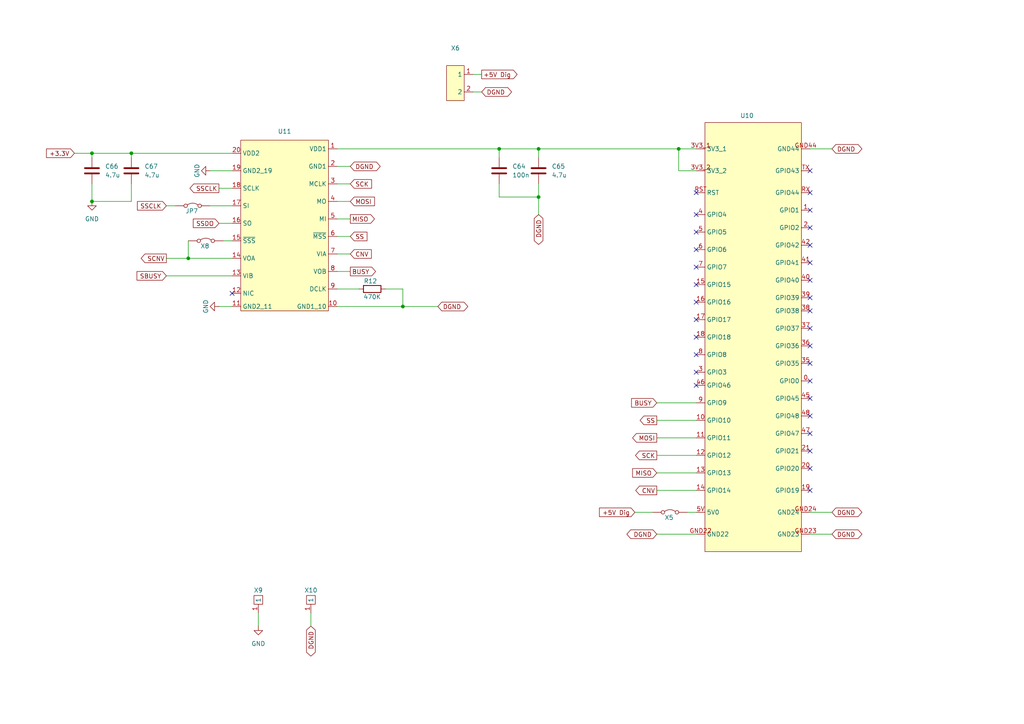
<source format=kicad_sch>
(kicad_sch
	(version 20250114)
	(generator "eeschema")
	(generator_version "9.0")
	(uuid "946b51b7-5c9d-41c5-8de8-ecddff007f60")
	(paper "A4")
	(lib_symbols
		(symbol "AKL_073-2:AKL_073-2"
			(exclude_from_sim no)
			(in_bom yes)
			(on_board yes)
			(property "Reference" "X6"
				(at 0 7.62 0)
				(effects
					(font
						(size 1.27 1.27)
					)
				)
			)
			(property "Value" ""
				(at 0 1.27 0)
				(effects
					(font
						(size 1.27 1.27)
					)
				)
			)
			(property "Footprint" ""
				(at 0 1.27 0)
				(effects
					(font
						(size 1.27 1.27)
					)
					(hide yes)
				)
			)
			(property "Datasheet" ""
				(at 0 1.27 0)
				(effects
					(font
						(size 1.27 1.27)
					)
					(hide yes)
				)
			)
			(property "Description" ""
				(at 0 1.27 0)
				(effects
					(font
						(size 1.27 1.27)
					)
					(hide yes)
				)
			)
			(symbol "AKL_073-2_1_1"
				(rectangle
					(start -2.54 5.08)
					(end 2.54 -5.08)
					(stroke
						(width 0)
						(type default)
					)
					(fill
						(type color)
						(color 255 255 194 1)
					)
				)
				(pin output line
					(at 5.08 2.54 180)
					(length 2.54)
					(name "1"
						(effects
							(font
								(size 1.27 1.27)
							)
						)
					)
					(number "1"
						(effects
							(font
								(size 1.27 1.27)
							)
						)
					)
				)
				(pin bidirectional line
					(at 5.08 -2.54 180)
					(length 2.54)
					(name "2"
						(effects
							(font
								(size 1.27 1.27)
							)
						)
					)
					(number "2"
						(effects
							(font
								(size 1.27 1.27)
							)
						)
					)
				)
			)
			(embedded_fonts no)
		)
		(symbol "AduM4150:AduM4150"
			(exclude_from_sim no)
			(in_bom yes)
			(on_board yes)
			(property "Reference" "U11"
				(at -0.254 28.956 0)
				(effects
					(font
						(size 1.27 1.27)
					)
				)
			)
			(property "Value" ""
				(at -4.445 9.525 90)
				(effects
					(font
						(size 1.27 1.27)
					)
				)
			)
			(property "Footprint" ""
				(at -4.445 9.525 90)
				(effects
					(font
						(size 1.27 1.27)
					)
					(hide yes)
				)
			)
			(property "Datasheet" ""
				(at -4.445 9.525 90)
				(effects
					(font
						(size 1.27 1.27)
					)
					(hide yes)
				)
			)
			(property "Description" ""
				(at -4.445 9.525 90)
				(effects
					(font
						(size 1.27 1.27)
					)
					(hide yes)
				)
			)
			(symbol "AduM4150_1_1"
				(rectangle
					(start -11.43 25.4)
					(end 13.97 -24.13)
					(stroke
						(width 0)
						(type solid)
					)
					(fill
						(type background)
					)
				)
				(pin input line
					(at -13.97 21.59 0)
					(length 2.54)
					(name "VDD2"
						(effects
							(font
								(size 1.27 1.27)
							)
						)
					)
					(number "20"
						(effects
							(font
								(size 1.27 1.27)
							)
						)
					)
				)
				(pin passive line
					(at -13.97 16.51 0)
					(length 2.54)
					(name "GND2_19"
						(effects
							(font
								(size 1.27 1.27)
							)
						)
					)
					(number "19"
						(effects
							(font
								(size 1.27 1.27)
							)
						)
					)
				)
				(pin output line
					(at -13.97 11.43 0)
					(length 2.54)
					(name "SCLK"
						(effects
							(font
								(size 1.27 1.27)
							)
						)
					)
					(number "18"
						(effects
							(font
								(size 1.27 1.27)
							)
						)
					)
				)
				(pin input line
					(at -13.97 6.35 0)
					(length 2.54)
					(name "SI"
						(effects
							(font
								(size 1.27 1.27)
							)
						)
					)
					(number "17"
						(effects
							(font
								(size 1.27 1.27)
							)
						)
					)
				)
				(pin input line
					(at -13.97 1.27 0)
					(length 2.54)
					(name "SO"
						(effects
							(font
								(size 1.27 1.27)
							)
						)
					)
					(number "16"
						(effects
							(font
								(size 1.27 1.27)
							)
						)
					)
				)
				(pin output line
					(at -13.97 -3.81 0)
					(length 2.54)
					(name "~{SSS}"
						(effects
							(font
								(size 1.27 1.27)
							)
						)
					)
					(number "15"
						(effects
							(font
								(size 1.27 1.27)
							)
						)
					)
				)
				(pin output line
					(at -13.97 -8.89 0)
					(length 2.54)
					(name "VOA"
						(effects
							(font
								(size 1.27 1.27)
							)
						)
					)
					(number "14"
						(effects
							(font
								(size 1.27 1.27)
							)
						)
					)
				)
				(pin input line
					(at -13.97 -13.97 0)
					(length 2.54)
					(name "VIB"
						(effects
							(font
								(size 1.27 1.27)
							)
						)
					)
					(number "13"
						(effects
							(font
								(size 1.27 1.27)
							)
						)
					)
				)
				(pin output line
					(at -13.97 -19.05 0)
					(length 2.54)
					(name "NIC"
						(effects
							(font
								(size 1.27 1.27)
							)
						)
					)
					(number "12"
						(effects
							(font
								(size 1.27 1.27)
							)
						)
					)
				)
				(pin passive line
					(at -13.97 -22.86 0)
					(length 2.54)
					(name "GND2_11"
						(effects
							(font
								(size 1.27 1.27)
							)
						)
					)
					(number "11"
						(effects
							(font
								(size 1.27 1.27)
							)
						)
					)
				)
				(pin input line
					(at 16.51 22.86 180)
					(length 2.54)
					(name "VDD1"
						(effects
							(font
								(size 1.27 1.27)
							)
						)
					)
					(number "1"
						(effects
							(font
								(size 1.27 1.27)
							)
						)
					)
				)
				(pin bidirectional line
					(at 16.51 17.78 180)
					(length 2.54)
					(name "GND1"
						(effects
							(font
								(size 1.27 1.27)
							)
						)
					)
					(number "2"
						(effects
							(font
								(size 1.27 1.27)
							)
						)
					)
				)
				(pin input line
					(at 16.51 12.7 180)
					(length 2.54)
					(name "MCLK"
						(effects
							(font
								(size 1.27 1.27)
							)
						)
					)
					(number "3"
						(effects
							(font
								(size 1.27 1.27)
							)
						)
					)
				)
				(pin input line
					(at 16.51 7.62 180)
					(length 2.54)
					(name "MO"
						(effects
							(font
								(size 1.27 1.27)
							)
						)
					)
					(number "4"
						(effects
							(font
								(size 1.27 1.27)
							)
						)
					)
				)
				(pin output line
					(at 16.51 2.54 180)
					(length 2.54)
					(name "MI"
						(effects
							(font
								(size 1.27 1.27)
							)
						)
					)
					(number "5"
						(effects
							(font
								(size 1.27 1.27)
							)
						)
					)
				)
				(pin input line
					(at 16.51 -2.54 180)
					(length 2.54)
					(name "~{MSS}"
						(effects
							(font
								(size 1.27 1.27)
							)
						)
					)
					(number "6"
						(effects
							(font
								(size 1.27 1.27)
							)
						)
					)
				)
				(pin input line
					(at 16.51 -7.62 180)
					(length 2.54)
					(name "VIA"
						(effects
							(font
								(size 1.27 1.27)
							)
						)
					)
					(number "7"
						(effects
							(font
								(size 1.27 1.27)
							)
						)
					)
				)
				(pin output line
					(at 16.51 -12.7 180)
					(length 2.54)
					(name "VOB"
						(effects
							(font
								(size 1.27 1.27)
							)
						)
					)
					(number "8"
						(effects
							(font
								(size 1.27 1.27)
							)
						)
					)
				)
				(pin input line
					(at 16.51 -17.78 180)
					(length 2.54)
					(name "DCLK"
						(effects
							(font
								(size 1.27 1.27)
							)
						)
					)
					(number "9"
						(effects
							(font
								(size 1.27 1.27)
							)
						)
					)
				)
				(pin bidirectional line
					(at 16.51 -22.86 180)
					(length 2.54)
					(name "GND1_10"
						(effects
							(font
								(size 1.27 1.27)
							)
						)
					)
					(number "10"
						(effects
							(font
								(size 1.27 1.27)
							)
						)
					)
				)
			)
			(embedded_fonts no)
		)
		(symbol "Device:C"
			(pin_numbers
				(hide yes)
			)
			(pin_names
				(offset 0.254)
			)
			(exclude_from_sim no)
			(in_bom yes)
			(on_board yes)
			(property "Reference" "C"
				(at 0.635 2.54 0)
				(effects
					(font
						(size 1.27 1.27)
					)
					(justify left)
				)
			)
			(property "Value" "C"
				(at 0.635 -2.54 0)
				(effects
					(font
						(size 1.27 1.27)
					)
					(justify left)
				)
			)
			(property "Footprint" ""
				(at 0.9652 -3.81 0)
				(effects
					(font
						(size 1.27 1.27)
					)
					(hide yes)
				)
			)
			(property "Datasheet" "~"
				(at 0 0 0)
				(effects
					(font
						(size 1.27 1.27)
					)
					(hide yes)
				)
			)
			(property "Description" "Unpolarized capacitor"
				(at 0 0 0)
				(effects
					(font
						(size 1.27 1.27)
					)
					(hide yes)
				)
			)
			(property "ki_keywords" "cap capacitor"
				(at 0 0 0)
				(effects
					(font
						(size 1.27 1.27)
					)
					(hide yes)
				)
			)
			(property "ki_fp_filters" "C_*"
				(at 0 0 0)
				(effects
					(font
						(size 1.27 1.27)
					)
					(hide yes)
				)
			)
			(symbol "C_0_1"
				(polyline
					(pts
						(xy -2.032 0.762) (xy 2.032 0.762)
					)
					(stroke
						(width 0.508)
						(type default)
					)
					(fill
						(type none)
					)
				)
				(polyline
					(pts
						(xy -2.032 -0.762) (xy 2.032 -0.762)
					)
					(stroke
						(width 0.508)
						(type default)
					)
					(fill
						(type none)
					)
				)
			)
			(symbol "C_1_1"
				(pin passive line
					(at 0 3.81 270)
					(length 2.794)
					(name "~"
						(effects
							(font
								(size 1.27 1.27)
							)
						)
					)
					(number "1"
						(effects
							(font
								(size 1.27 1.27)
							)
						)
					)
				)
				(pin passive line
					(at 0 -3.81 90)
					(length 2.794)
					(name "~"
						(effects
							(font
								(size 1.27 1.27)
							)
						)
					)
					(number "2"
						(effects
							(font
								(size 1.27 1.27)
							)
						)
					)
				)
			)
			(embedded_fonts no)
		)
		(symbol "Device:R"
			(pin_numbers
				(hide yes)
			)
			(pin_names
				(offset 0)
			)
			(exclude_from_sim no)
			(in_bom yes)
			(on_board yes)
			(property "Reference" "R"
				(at 2.032 0 90)
				(effects
					(font
						(size 1.27 1.27)
					)
				)
			)
			(property "Value" "R"
				(at 0 0 90)
				(effects
					(font
						(size 1.27 1.27)
					)
				)
			)
			(property "Footprint" ""
				(at -1.778 0 90)
				(effects
					(font
						(size 1.27 1.27)
					)
					(hide yes)
				)
			)
			(property "Datasheet" "~"
				(at 0 0 0)
				(effects
					(font
						(size 1.27 1.27)
					)
					(hide yes)
				)
			)
			(property "Description" "Resistor"
				(at 0 0 0)
				(effects
					(font
						(size 1.27 1.27)
					)
					(hide yes)
				)
			)
			(property "ki_keywords" "R res resistor"
				(at 0 0 0)
				(effects
					(font
						(size 1.27 1.27)
					)
					(hide yes)
				)
			)
			(property "ki_fp_filters" "R_*"
				(at 0 0 0)
				(effects
					(font
						(size 1.27 1.27)
					)
					(hide yes)
				)
			)
			(symbol "R_0_1"
				(rectangle
					(start -1.016 -2.54)
					(end 1.016 2.54)
					(stroke
						(width 0.254)
						(type default)
					)
					(fill
						(type none)
					)
				)
			)
			(symbol "R_1_1"
				(pin passive line
					(at 0 3.81 270)
					(length 1.27)
					(name "~"
						(effects
							(font
								(size 1.27 1.27)
							)
						)
					)
					(number "1"
						(effects
							(font
								(size 1.27 1.27)
							)
						)
					)
				)
				(pin passive line
					(at 0 -3.81 90)
					(length 1.27)
					(name "~"
						(effects
							(font
								(size 1.27 1.27)
							)
						)
					)
					(number "2"
						(effects
							(font
								(size 1.27 1.27)
							)
						)
					)
				)
			)
			(embedded_fonts no)
		)
		(symbol "ESP32-S3-DevKitC-1N8:ESP32-S3-DevKitC-1N8"
			(exclude_from_sim no)
			(in_bom yes)
			(on_board yes)
			(property "Reference" "U"
				(at 0 0 0)
				(effects
					(font
						(size 1.27 1.27)
					)
				)
			)
			(property "Value" "ESP32-S3-DevKitC-1N8"
				(at 0 2.54 0)
				(effects
					(font
						(size 1.27 1.27)
					)
				)
			)
			(property "Footprint" "ESP32-S3-DevKitC:ESP32-S3-DevKitC"
				(at 0 -3.81 0)
				(effects
					(font
						(size 1.27 1.27)
					)
					(hide yes)
				)
			)
			(property "Datasheet" ""
				(at 0 0 0)
				(effects
					(font
						(size 1.27 1.27)
					)
					(hide yes)
				)
			)
			(property "Description" ""
				(at 0 0 0)
				(effects
					(font
						(size 1.27 1.27)
					)
					(hide yes)
				)
			)
			(symbol "ESP32-S3-DevKitC-1N8_0_1"
				(rectangle
					(start -12.7 -5.08)
					(end 15.24 -129.54)
					(stroke
						(width 0)
						(type default)
					)
					(fill
						(type background)
					)
				)
			)
			(symbol "ESP32-S3-DevKitC-1N8_1_1"
				(pin input line
					(at -15.24 -12.7 0)
					(length 2.54)
					(name "3V3_1"
						(effects
							(font
								(size 1.27 1.27)
							)
						)
					)
					(number "3V3_1"
						(effects
							(font
								(size 1.27 1.27)
							)
						)
					)
				)
				(pin input line
					(at -15.24 -19.05 0)
					(length 2.54)
					(name "3V3_2"
						(effects
							(font
								(size 1.27 1.27)
							)
						)
					)
					(number "3V3_2"
						(effects
							(font
								(size 1.27 1.27)
							)
						)
					)
				)
				(pin input line
					(at -15.24 -25.4 0)
					(length 2.54)
					(name "RST"
						(effects
							(font
								(size 1.27 1.27)
							)
						)
					)
					(number "RST"
						(effects
							(font
								(size 1.27 1.27)
							)
						)
					)
				)
				(pin bidirectional line
					(at -15.24 -31.75 0)
					(length 2.54)
					(name "GPIO4"
						(effects
							(font
								(size 1.27 1.27)
							)
						)
					)
					(number "4"
						(effects
							(font
								(size 1.27 1.27)
							)
						)
					)
				)
				(pin bidirectional line
					(at -15.24 -36.83 0)
					(length 2.54)
					(name "GPIO5"
						(effects
							(font
								(size 1.27 1.27)
							)
						)
					)
					(number "5"
						(effects
							(font
								(size 1.27 1.27)
							)
						)
					)
				)
				(pin bidirectional line
					(at -15.24 -41.91 0)
					(length 2.54)
					(name "GPIO6"
						(effects
							(font
								(size 1.27 1.27)
							)
						)
					)
					(number "6"
						(effects
							(font
								(size 1.27 1.27)
							)
						)
					)
				)
				(pin bidirectional line
					(at -15.24 -46.99 0)
					(length 2.54)
					(name "GPIO7"
						(effects
							(font
								(size 1.27 1.27)
							)
						)
					)
					(number "7"
						(effects
							(font
								(size 1.27 1.27)
							)
						)
					)
				)
				(pin bidirectional line
					(at -15.24 -52.07 0)
					(length 2.54)
					(name "GPIO15"
						(effects
							(font
								(size 1.27 1.27)
							)
						)
					)
					(number "15"
						(effects
							(font
								(size 1.27 1.27)
							)
						)
					)
				)
				(pin bidirectional line
					(at -15.24 -57.15 0)
					(length 2.54)
					(name "GPIO16"
						(effects
							(font
								(size 1.27 1.27)
							)
						)
					)
					(number "16"
						(effects
							(font
								(size 1.27 1.27)
							)
						)
					)
				)
				(pin bidirectional line
					(at -15.24 -62.23 0)
					(length 2.54)
					(name "GPIO17"
						(effects
							(font
								(size 1.27 1.27)
							)
						)
					)
					(number "17"
						(effects
							(font
								(size 1.27 1.27)
							)
						)
					)
				)
				(pin bidirectional line
					(at -15.24 -67.31 0)
					(length 2.54)
					(name "GPIO18"
						(effects
							(font
								(size 1.27 1.27)
							)
						)
					)
					(number "18"
						(effects
							(font
								(size 1.27 1.27)
							)
						)
					)
				)
				(pin bidirectional line
					(at -15.24 -72.39 0)
					(length 2.54)
					(name "GPIO8"
						(effects
							(font
								(size 1.27 1.27)
							)
						)
					)
					(number "8"
						(effects
							(font
								(size 1.27 1.27)
							)
						)
					)
				)
				(pin bidirectional line
					(at -15.24 -77.47 0)
					(length 2.54)
					(name "GPIO3"
						(effects
							(font
								(size 1.27 1.27)
							)
						)
					)
					(number "3"
						(effects
							(font
								(size 1.27 1.27)
							)
						)
					)
				)
				(pin bidirectional line
					(at -15.24 -81.28 0)
					(length 2.54)
					(name "GPIO46"
						(effects
							(font
								(size 1.27 1.27)
							)
						)
					)
					(number "46"
						(effects
							(font
								(size 1.27 1.27)
							)
						)
					)
				)
				(pin input line
					(at -15.24 -86.36 0)
					(length 2.54)
					(name "GPIO9"
						(effects
							(font
								(size 1.27 1.27)
							)
						)
					)
					(number "9"
						(effects
							(font
								(size 1.27 1.27)
							)
						)
					)
				)
				(pin output line
					(at -15.24 -91.44 0)
					(length 2.54)
					(name "GPIO10"
						(effects
							(font
								(size 1.27 1.27)
							)
						)
					)
					(number "10"
						(effects
							(font
								(size 1.27 1.27)
							)
						)
					)
				)
				(pin output line
					(at -15.24 -96.52 0)
					(length 2.54)
					(name "GPIO11"
						(effects
							(font
								(size 1.27 1.27)
							)
						)
					)
					(number "11"
						(effects
							(font
								(size 1.27 1.27)
							)
						)
					)
				)
				(pin output line
					(at -15.24 -101.6 0)
					(length 2.54)
					(name "GPIO12"
						(effects
							(font
								(size 1.27 1.27)
							)
						)
					)
					(number "12"
						(effects
							(font
								(size 1.27 1.27)
							)
						)
					)
				)
				(pin input line
					(at -15.24 -106.68 0)
					(length 2.54)
					(name "GPIO13"
						(effects
							(font
								(size 1.27 1.27)
							)
						)
					)
					(number "13"
						(effects
							(font
								(size 1.27 1.27)
							)
						)
					)
				)
				(pin output line
					(at -15.24 -111.76 0)
					(length 2.54)
					(name "GPIO14"
						(effects
							(font
								(size 1.27 1.27)
							)
						)
					)
					(number "14"
						(effects
							(font
								(size 1.27 1.27)
							)
						)
					)
				)
				(pin input line
					(at -15.24 -118.11 0)
					(length 2.54)
					(name "5V0"
						(effects
							(font
								(size 1.27 1.27)
							)
						)
					)
					(number "5V"
						(effects
							(font
								(size 1.27 1.27)
							)
						)
					)
				)
				(pin bidirectional line
					(at -15.24 -124.46 0)
					(length 2.54)
					(name "GND22"
						(effects
							(font
								(size 1.27 1.27)
							)
						)
					)
					(number "GND22"
						(effects
							(font
								(size 1.27 1.27)
							)
						)
					)
				)
				(pin bidirectional line
					(at 17.78 -12.7 180)
					(length 2.54)
					(name "GND44"
						(effects
							(font
								(size 1.27 1.27)
							)
						)
					)
					(number "GND44"
						(effects
							(font
								(size 1.27 1.27)
							)
						)
					)
				)
				(pin bidirectional line
					(at 17.78 -19.05 180)
					(length 2.54)
					(name "GPIO43"
						(effects
							(font
								(size 1.27 1.27)
							)
						)
					)
					(number "TX"
						(effects
							(font
								(size 1.27 1.27)
							)
						)
					)
				)
				(pin bidirectional line
					(at 17.78 -25.4 180)
					(length 2.54)
					(name "GPIO44"
						(effects
							(font
								(size 1.27 1.27)
							)
						)
					)
					(number "RX"
						(effects
							(font
								(size 1.27 1.27)
							)
						)
					)
				)
				(pin bidirectional line
					(at 17.78 -30.48 180)
					(length 2.54)
					(name "GPIO1"
						(effects
							(font
								(size 1.27 1.27)
							)
						)
					)
					(number "1"
						(effects
							(font
								(size 1.27 1.27)
							)
						)
					)
				)
				(pin bidirectional line
					(at 17.78 -35.56 180)
					(length 2.54)
					(name "GPIO2"
						(effects
							(font
								(size 1.27 1.27)
							)
						)
					)
					(number "2"
						(effects
							(font
								(size 1.27 1.27)
							)
						)
					)
				)
				(pin bidirectional line
					(at 17.78 -40.64 180)
					(length 2.54)
					(name "GPIO42"
						(effects
							(font
								(size 1.27 1.27)
							)
						)
					)
					(number "42"
						(effects
							(font
								(size 1.27 1.27)
							)
						)
					)
				)
				(pin bidirectional line
					(at 17.78 -45.72 180)
					(length 2.54)
					(name "GPIO41"
						(effects
							(font
								(size 1.27 1.27)
							)
						)
					)
					(number "41"
						(effects
							(font
								(size 1.27 1.27)
							)
						)
					)
				)
				(pin bidirectional line
					(at 17.78 -50.8 180)
					(length 2.54)
					(name "GPIO40"
						(effects
							(font
								(size 1.27 1.27)
							)
						)
					)
					(number "40"
						(effects
							(font
								(size 1.27 1.27)
							)
						)
					)
				)
				(pin bidirectional line
					(at 17.78 -55.88 180)
					(length 2.54)
					(name "GPIO39"
						(effects
							(font
								(size 1.27 1.27)
							)
						)
					)
					(number "39"
						(effects
							(font
								(size 1.27 1.27)
							)
						)
					)
				)
				(pin bidirectional line
					(at 17.78 -59.69 180)
					(length 2.54)
					(name "GPIO38"
						(effects
							(font
								(size 1.27 1.27)
							)
						)
					)
					(number "38"
						(effects
							(font
								(size 1.27 1.27)
							)
						)
					)
				)
				(pin bidirectional line
					(at 17.78 -64.77 180)
					(length 2.54)
					(name "GPIO37"
						(effects
							(font
								(size 1.27 1.27)
							)
						)
					)
					(number "37"
						(effects
							(font
								(size 1.27 1.27)
							)
						)
					)
				)
				(pin bidirectional line
					(at 17.78 -69.85 180)
					(length 2.54)
					(name "GPIO36"
						(effects
							(font
								(size 1.27 1.27)
							)
						)
					)
					(number "36"
						(effects
							(font
								(size 1.27 1.27)
							)
						)
					)
				)
				(pin bidirectional line
					(at 17.78 -74.93 180)
					(length 2.54)
					(name "GPIO35"
						(effects
							(font
								(size 1.27 1.27)
							)
						)
					)
					(number "35"
						(effects
							(font
								(size 1.27 1.27)
							)
						)
					)
				)
				(pin bidirectional line
					(at 17.78 -80.01 180)
					(length 2.54)
					(name "GPIO0"
						(effects
							(font
								(size 1.27 1.27)
							)
						)
					)
					(number "0"
						(effects
							(font
								(size 1.27 1.27)
							)
						)
					)
				)
				(pin bidirectional line
					(at 17.78 -85.09 180)
					(length 2.54)
					(name "GPIO45"
						(effects
							(font
								(size 1.27 1.27)
							)
						)
					)
					(number "45"
						(effects
							(font
								(size 1.27 1.27)
							)
						)
					)
				)
				(pin bidirectional line
					(at 17.78 -90.17 180)
					(length 2.54)
					(name "GPIO48"
						(effects
							(font
								(size 1.27 1.27)
							)
						)
					)
					(number "48"
						(effects
							(font
								(size 1.27 1.27)
							)
						)
					)
				)
				(pin bidirectional line
					(at 17.78 -95.25 180)
					(length 2.54)
					(name "GPIO47"
						(effects
							(font
								(size 1.27 1.27)
							)
						)
					)
					(number "47"
						(effects
							(font
								(size 1.27 1.27)
							)
						)
					)
				)
				(pin bidirectional line
					(at 17.78 -100.33 180)
					(length 2.54)
					(name "GPIO21"
						(effects
							(font
								(size 1.27 1.27)
							)
						)
					)
					(number "21"
						(effects
							(font
								(size 1.27 1.27)
							)
						)
					)
				)
				(pin bidirectional line
					(at 17.78 -105.41 180)
					(length 2.54)
					(name "GPIO20"
						(effects
							(font
								(size 1.27 1.27)
							)
						)
					)
					(number "20"
						(effects
							(font
								(size 1.27 1.27)
							)
						)
					)
				)
				(pin bidirectional line
					(at 17.78 -111.76 180)
					(length 2.54)
					(name "GPIO19"
						(effects
							(font
								(size 1.27 1.27)
							)
						)
					)
					(number "19"
						(effects
							(font
								(size 1.27 1.27)
							)
						)
					)
				)
				(pin bidirectional line
					(at 17.78 -118.11 180)
					(length 2.54)
					(name "GND24"
						(effects
							(font
								(size 1.27 1.27)
							)
						)
					)
					(number "GND24"
						(effects
							(font
								(size 1.27 1.27)
							)
						)
					)
				)
				(pin bidirectional line
					(at 17.78 -124.46 180)
					(length 2.54)
					(name "GND23"
						(effects
							(font
								(size 1.27 1.27)
							)
						)
					)
					(number "GND23"
						(effects
							(font
								(size 1.27 1.27)
							)
						)
					)
				)
			)
			(embedded_fonts no)
		)
		(symbol "Jumper:Jumper_2_Bridged"
			(pin_numbers
				(hide yes)
			)
			(pin_names
				(offset 0)
				(hide yes)
			)
			(exclude_from_sim no)
			(in_bom yes)
			(on_board yes)
			(property "Reference" "JP"
				(at 0 1.905 0)
				(effects
					(font
						(size 1.27 1.27)
					)
				)
			)
			(property "Value" "Jumper_2_Bridged"
				(at 0 -2.54 0)
				(effects
					(font
						(size 1.27 1.27)
					)
				)
			)
			(property "Footprint" ""
				(at 0 0 0)
				(effects
					(font
						(size 1.27 1.27)
					)
					(hide yes)
				)
			)
			(property "Datasheet" "~"
				(at 0 0 0)
				(effects
					(font
						(size 1.27 1.27)
					)
					(hide yes)
				)
			)
			(property "Description" "Jumper, 2-pole, closed/bridged"
				(at 0 0 0)
				(effects
					(font
						(size 1.27 1.27)
					)
					(hide yes)
				)
			)
			(property "ki_keywords" "Jumper SPST"
				(at 0 0 0)
				(effects
					(font
						(size 1.27 1.27)
					)
					(hide yes)
				)
			)
			(property "ki_fp_filters" "Jumper* TestPoint*2Pads* TestPoint*Bridge*"
				(at 0 0 0)
				(effects
					(font
						(size 1.27 1.27)
					)
					(hide yes)
				)
			)
			(symbol "Jumper_2_Bridged_0_0"
				(circle
					(center -2.032 0)
					(radius 0.508)
					(stroke
						(width 0)
						(type default)
					)
					(fill
						(type none)
					)
				)
				(circle
					(center 2.032 0)
					(radius 0.508)
					(stroke
						(width 0)
						(type default)
					)
					(fill
						(type none)
					)
				)
			)
			(symbol "Jumper_2_Bridged_0_1"
				(arc
					(start -1.524 0.254)
					(mid 0 0.762)
					(end 1.524 0.254)
					(stroke
						(width 0)
						(type default)
					)
					(fill
						(type none)
					)
				)
			)
			(symbol "Jumper_2_Bridged_1_1"
				(pin passive line
					(at -5.08 0 0)
					(length 2.54)
					(name "A"
						(effects
							(font
								(size 1.27 1.27)
							)
						)
					)
					(number "1"
						(effects
							(font
								(size 1.27 1.27)
							)
						)
					)
				)
				(pin passive line
					(at 5.08 0 180)
					(length 2.54)
					(name "B"
						(effects
							(font
								(size 1.27 1.27)
							)
						)
					)
					(number "2"
						(effects
							(font
								(size 1.27 1.27)
							)
						)
					)
				)
			)
			(embedded_fonts no)
		)
		(symbol "RTM1_3:RTM1_3"
			(exclude_from_sim no)
			(in_bom yes)
			(on_board yes)
			(property "Reference" "X"
				(at 0 0 0)
				(effects
					(font
						(size 1.27 1.27)
					)
				)
			)
			(property "Value" ""
				(at 0 0 0)
				(effects
					(font
						(size 1.27 1.27)
					)
				)
			)
			(property "Footprint" ""
				(at 0 0 0)
				(effects
					(font
						(size 1.27 1.27)
					)
					(hide yes)
				)
			)
			(property "Datasheet" ""
				(at 0 0 0)
				(effects
					(font
						(size 1.27 1.27)
					)
					(hide yes)
				)
			)
			(property "Description" ""
				(at 0 0 0)
				(effects
					(font
						(size 1.27 1.27)
					)
					(hide yes)
				)
			)
			(symbol "RTM1_3_1_1"
				(rectangle
					(start -1.27 -2.54)
					(end 1.27 -5.08)
					(stroke
						(width 0)
						(type default)
					)
					(fill
						(type none)
					)
				)
				(pin passive line
					(at 3.81 -3.81 180)
					(length 2.54)
					(name "1"
						(effects
							(font
								(size 1.27 1.27)
							)
						)
					)
					(number "1"
						(effects
							(font
								(size 1.27 1.27)
							)
						)
					)
				)
			)
			(embedded_fonts no)
		)
		(symbol "power:GND"
			(power)
			(pin_numbers
				(hide yes)
			)
			(pin_names
				(offset 0)
				(hide yes)
			)
			(exclude_from_sim no)
			(in_bom yes)
			(on_board yes)
			(property "Reference" "#PWR"
				(at 0 -6.35 0)
				(effects
					(font
						(size 1.27 1.27)
					)
					(hide yes)
				)
			)
			(property "Value" "GND"
				(at 0 -3.81 0)
				(effects
					(font
						(size 1.27 1.27)
					)
				)
			)
			(property "Footprint" ""
				(at 0 0 0)
				(effects
					(font
						(size 1.27 1.27)
					)
					(hide yes)
				)
			)
			(property "Datasheet" ""
				(at 0 0 0)
				(effects
					(font
						(size 1.27 1.27)
					)
					(hide yes)
				)
			)
			(property "Description" "Power symbol creates a global label with name \"GND\" , ground"
				(at 0 0 0)
				(effects
					(font
						(size 1.27 1.27)
					)
					(hide yes)
				)
			)
			(property "ki_keywords" "global power"
				(at 0 0 0)
				(effects
					(font
						(size 1.27 1.27)
					)
					(hide yes)
				)
			)
			(symbol "GND_0_1"
				(polyline
					(pts
						(xy 0 0) (xy 0 -1.27) (xy 1.27 -1.27) (xy 0 -2.54) (xy -1.27 -1.27) (xy 0 -1.27)
					)
					(stroke
						(width 0)
						(type default)
					)
					(fill
						(type none)
					)
				)
			)
			(symbol "GND_1_1"
				(pin power_in line
					(at 0 0 270)
					(length 0)
					(name "~"
						(effects
							(font
								(size 1.27 1.27)
							)
						)
					)
					(number "1"
						(effects
							(font
								(size 1.27 1.27)
							)
						)
					)
				)
			)
			(embedded_fonts no)
		)
	)
	(junction
		(at 156.21 57.15)
		(diameter 0)
		(color 0 0 0 0)
		(uuid "233537ff-82ad-4419-ac70-d7e15c3b9be1")
	)
	(junction
		(at 38.1 44.45)
		(diameter 0)
		(color 0 0 0 0)
		(uuid "260dbe4e-55c2-4fb2-80d5-1f5c625f1ee8")
	)
	(junction
		(at 144.78 43.18)
		(diameter 0)
		(color 0 0 0 0)
		(uuid "32981df2-8c13-493c-87d6-5ce2fbccd92b")
	)
	(junction
		(at 196.85 43.18)
		(diameter 0)
		(color 0 0 0 0)
		(uuid "35ac9436-b92d-4f23-88b6-aa2199f86dcf")
	)
	(junction
		(at 26.67 58.42)
		(diameter 0)
		(color 0 0 0 0)
		(uuid "4113405e-8e1e-40a3-a87b-d5bda96d901a")
	)
	(junction
		(at 26.67 44.45)
		(diameter 0)
		(color 0 0 0 0)
		(uuid "a43907f4-3bad-4aab-8d38-58c9e34e9ad1")
	)
	(junction
		(at 156.21 43.18)
		(diameter 0)
		(color 0 0 0 0)
		(uuid "ade70c3e-0ef1-4827-9711-6a8c0b8a71d6")
	)
	(junction
		(at 116.84 88.9)
		(diameter 0)
		(color 0 0 0 0)
		(uuid "b75651f2-bcba-492a-8e51-6ffd41073c1c")
	)
	(junction
		(at 54.61 74.93)
		(diameter 0)
		(color 0 0 0 0)
		(uuid "cd36190e-b808-4f25-af5e-6a3abfd199e3")
	)
	(no_connect
		(at 201.93 72.39)
		(uuid "0553ea34-4dbb-45e0-b157-453faf0e70f6")
	)
	(no_connect
		(at 234.95 115.57)
		(uuid "0eaee54f-fdb1-460a-93f2-eb798e622539")
	)
	(no_connect
		(at 201.93 77.47)
		(uuid "20d7b0d4-cbb2-4b04-8c21-bb61c0b86699")
	)
	(no_connect
		(at 201.93 92.71)
		(uuid "257e397e-4e22-4c7c-8a38-6efb4b4f68d6")
	)
	(no_connect
		(at 234.95 105.41)
		(uuid "2da57cf0-fd77-4db0-8185-e239df132a15")
	)
	(no_connect
		(at 234.95 110.49)
		(uuid "36e6d6c2-89d9-4703-b2d7-5f6d90b74591")
	)
	(no_connect
		(at 234.95 95.25)
		(uuid "4a2c5f19-67be-43e5-be18-976333bde3d5")
	)
	(no_connect
		(at 234.95 71.12)
		(uuid "54eac457-034f-4475-87a4-75850bf26b88")
	)
	(no_connect
		(at 234.95 135.89)
		(uuid "589ed562-0000-4652-967c-9b71738441b8")
	)
	(no_connect
		(at 201.93 82.55)
		(uuid "58e6388f-c00d-4fcc-b2ba-4030c0a538fc")
	)
	(no_connect
		(at 234.95 120.65)
		(uuid "5b3a8ff1-8e84-4e8c-94ee-094425a01c47")
	)
	(no_connect
		(at 234.95 55.88)
		(uuid "5e75b89a-64c7-43af-8c6f-9063a25b9c09")
	)
	(no_connect
		(at 201.93 62.23)
		(uuid "8d06049b-d547-4b28-9672-748979e59440")
	)
	(no_connect
		(at 234.95 130.81)
		(uuid "8da8ed2f-0052-4c66-8944-adf006ec37a2")
	)
	(no_connect
		(at 201.93 97.79)
		(uuid "95d61bcb-4785-4523-b2e2-5f7b245afa79")
	)
	(no_connect
		(at 201.93 111.76)
		(uuid "a1ed2ac8-c436-402a-8e6c-8add7d69544b")
	)
	(no_connect
		(at 201.93 67.31)
		(uuid "a334a78b-1bda-40ce-81c0-a1b8e8094e34")
	)
	(no_connect
		(at 234.95 100.33)
		(uuid "a3499c67-5255-4ee2-b6bc-5bc1e4bafd93")
	)
	(no_connect
		(at 201.93 102.87)
		(uuid "ae87868b-91a4-4cca-8723-fdf8d4ba90ff")
	)
	(no_connect
		(at 67.31 85.09)
		(uuid "b7daddcd-e44c-4b1b-8caf-d8d14e336db1")
	)
	(no_connect
		(at 234.95 60.96)
		(uuid "c3ec0419-2e2b-4ab9-8601-fef2d7836eda")
	)
	(no_connect
		(at 234.95 49.53)
		(uuid "ca353aae-6f5b-4a56-b908-f2fd6e4b0a78")
	)
	(no_connect
		(at 234.95 142.24)
		(uuid "cf8222ff-f528-43ae-8f2a-6ed6c6941d14")
	)
	(no_connect
		(at 234.95 125.73)
		(uuid "cffa9a54-5435-42c3-92ee-abd364225c13")
	)
	(no_connect
		(at 234.95 81.28)
		(uuid "d3e9c3e6-e248-42c6-b8d3-8624fa839fde")
	)
	(no_connect
		(at 201.93 107.95)
		(uuid "de11654b-3eb4-485c-923b-f95333ddb4e8")
	)
	(no_connect
		(at 201.93 87.63)
		(uuid "e5470af1-492b-423c-9353-34dbc0c002ce")
	)
	(no_connect
		(at 234.95 86.36)
		(uuid "e877821c-9377-4509-a06c-c36c77afa6f6")
	)
	(no_connect
		(at 201.93 55.88)
		(uuid "e94d27e4-bb8c-4c29-9864-021c9d31d392")
	)
	(no_connect
		(at 234.95 90.17)
		(uuid "e96e2901-cd4f-4437-bff4-672df2f6253f")
	)
	(no_connect
		(at 234.95 76.2)
		(uuid "f3795d9d-aa78-4ff1-aefc-0b9d068f2290")
	)
	(no_connect
		(at 234.95 66.04)
		(uuid "fbd34d6c-ed60-4334-b311-5155c4bf310a")
	)
	(wire
		(pts
			(xy 156.21 53.34) (xy 156.21 57.15)
		)
		(stroke
			(width 0)
			(type default)
		)
		(uuid "018bb36a-d1b0-4ac6-bd31-406f98122171")
	)
	(wire
		(pts
			(xy 97.79 63.5) (xy 101.6 63.5)
		)
		(stroke
			(width 0)
			(type default)
		)
		(uuid "01c5e2b4-1e72-4e25-8a48-953d54f2db54")
	)
	(wire
		(pts
			(xy 196.85 43.18) (xy 196.85 49.53)
		)
		(stroke
			(width 0)
			(type default)
		)
		(uuid "029b142b-26e9-4a38-8f46-4858df331d24")
	)
	(wire
		(pts
			(xy 190.5 121.92) (xy 201.93 121.92)
		)
		(stroke
			(width 0)
			(type default)
		)
		(uuid "0505bbe5-98b6-4894-a909-8c0294da5fc3")
	)
	(wire
		(pts
			(xy 48.26 74.93) (xy 54.61 74.93)
		)
		(stroke
			(width 0)
			(type default)
		)
		(uuid "07956b04-9c64-45aa-b447-2dca3d9e920e")
	)
	(wire
		(pts
			(xy 156.21 43.18) (xy 156.21 45.72)
		)
		(stroke
			(width 0)
			(type default)
		)
		(uuid "079d90a5-c516-45c5-96a4-c62c73b5ed6d")
	)
	(wire
		(pts
			(xy 54.61 74.93) (xy 67.31 74.93)
		)
		(stroke
			(width 0)
			(type default)
		)
		(uuid "13f3672b-ffbe-4b4f-b8e8-3e7bedeeea77")
	)
	(wire
		(pts
			(xy 190.5 137.16) (xy 201.93 137.16)
		)
		(stroke
			(width 0)
			(type default)
		)
		(uuid "165989f2-687a-4db6-b3cc-8bf32de7e9ca")
	)
	(wire
		(pts
			(xy 201.93 49.53) (xy 196.85 49.53)
		)
		(stroke
			(width 0)
			(type default)
		)
		(uuid "16bdb04a-b8bf-4b75-b996-c80ac618ff19")
	)
	(wire
		(pts
			(xy 184.15 148.59) (xy 189.23 148.59)
		)
		(stroke
			(width 0)
			(type default)
		)
		(uuid "18423e93-e216-44f3-8a18-73508264ea9d")
	)
	(wire
		(pts
			(xy 156.21 43.18) (xy 196.85 43.18)
		)
		(stroke
			(width 0)
			(type default)
		)
		(uuid "1892b3b3-6fd1-4b33-a859-d0335324202b")
	)
	(wire
		(pts
			(xy 21.59 44.45) (xy 26.67 44.45)
		)
		(stroke
			(width 0)
			(type default)
		)
		(uuid "1a2e8096-a1bd-4264-b69c-179df2125c6a")
	)
	(wire
		(pts
			(xy 116.84 83.82) (xy 116.84 88.9)
		)
		(stroke
			(width 0)
			(type default)
		)
		(uuid "1da71aad-9f70-411a-b723-933969c9185b")
	)
	(wire
		(pts
			(xy 190.5 116.84) (xy 201.93 116.84)
		)
		(stroke
			(width 0)
			(type default)
		)
		(uuid "23077dbf-7e64-4d5e-95e5-404b1fc6a8a0")
	)
	(wire
		(pts
			(xy 63.5 64.77) (xy 67.31 64.77)
		)
		(stroke
			(width 0)
			(type default)
		)
		(uuid "2fdd85a1-1b56-45f3-89b2-f0b055f7583f")
	)
	(wire
		(pts
			(xy 74.93 177.8) (xy 74.93 181.61)
		)
		(stroke
			(width 0)
			(type default)
		)
		(uuid "309c9305-ab44-4899-a1d9-e7fa4e8aee7f")
	)
	(wire
		(pts
			(xy 64.77 69.85) (xy 67.31 69.85)
		)
		(stroke
			(width 0)
			(type default)
		)
		(uuid "31529e1f-99a7-49c0-98bd-7da1b5650754")
	)
	(wire
		(pts
			(xy 97.79 88.9) (xy 116.84 88.9)
		)
		(stroke
			(width 0)
			(type default)
		)
		(uuid "31b133a1-6444-4707-bd6a-b464cafadf53")
	)
	(wire
		(pts
			(xy 234.95 148.59) (xy 241.3 148.59)
		)
		(stroke
			(width 0)
			(type default)
		)
		(uuid "3841d594-6ff8-4eea-818f-ff3ba392a226")
	)
	(wire
		(pts
			(xy 190.5 142.24) (xy 201.93 142.24)
		)
		(stroke
			(width 0)
			(type default)
		)
		(uuid "40d6cef4-5fbe-4d44-b68c-c98247aed990")
	)
	(wire
		(pts
			(xy 63.5 54.61) (xy 67.31 54.61)
		)
		(stroke
			(width 0)
			(type default)
		)
		(uuid "45d6efc6-6bd3-4ab7-8b50-317c8337520c")
	)
	(wire
		(pts
			(xy 97.79 68.58) (xy 101.6 68.58)
		)
		(stroke
			(width 0)
			(type default)
		)
		(uuid "4b53d51f-a263-47f3-92e5-accc2b799d24")
	)
	(wire
		(pts
			(xy 38.1 44.45) (xy 67.31 44.45)
		)
		(stroke
			(width 0)
			(type default)
		)
		(uuid "5677e4a8-d047-49bd-ae72-c685631aaa37")
	)
	(wire
		(pts
			(xy 144.78 57.15) (xy 156.21 57.15)
		)
		(stroke
			(width 0)
			(type default)
		)
		(uuid "5a92d029-8df9-45b6-ab9d-3b9db055c711")
	)
	(wire
		(pts
			(xy 26.67 53.34) (xy 26.67 58.42)
		)
		(stroke
			(width 0)
			(type default)
		)
		(uuid "64ef4648-70e0-4ce0-bd36-85bf73ad76fa")
	)
	(wire
		(pts
			(xy 234.95 43.18) (xy 241.3 43.18)
		)
		(stroke
			(width 0)
			(type default)
		)
		(uuid "6bd64a96-62b8-416f-be98-6a18434878ee")
	)
	(wire
		(pts
			(xy 144.78 43.18) (xy 144.78 45.72)
		)
		(stroke
			(width 0)
			(type default)
		)
		(uuid "7113b11a-11b8-4cad-b564-292df6b95600")
	)
	(wire
		(pts
			(xy 144.78 43.18) (xy 156.21 43.18)
		)
		(stroke
			(width 0)
			(type default)
		)
		(uuid "7cd2fcab-588f-400a-b18b-5d16ee765287")
	)
	(wire
		(pts
			(xy 38.1 58.42) (xy 38.1 53.34)
		)
		(stroke
			(width 0)
			(type default)
		)
		(uuid "7df160c0-dbb8-431a-98e5-369f490abb7a")
	)
	(wire
		(pts
			(xy 190.5 132.08) (xy 201.93 132.08)
		)
		(stroke
			(width 0)
			(type default)
		)
		(uuid "8592c06e-eb17-4463-b206-987597042860")
	)
	(wire
		(pts
			(xy 48.26 80.01) (xy 67.31 80.01)
		)
		(stroke
			(width 0)
			(type default)
		)
		(uuid "8e3b2419-b085-4476-ad82-2990f2b528b2")
	)
	(wire
		(pts
			(xy 26.67 58.42) (xy 38.1 58.42)
		)
		(stroke
			(width 0)
			(type default)
		)
		(uuid "938b1858-4e2e-417a-91c0-159723d1b7f3")
	)
	(wire
		(pts
			(xy 97.79 73.66) (xy 101.6 73.66)
		)
		(stroke
			(width 0)
			(type default)
		)
		(uuid "9e9800b2-2c4f-4554-9638-39875ffe9543")
	)
	(wire
		(pts
			(xy 190.5 154.94) (xy 201.93 154.94)
		)
		(stroke
			(width 0)
			(type default)
		)
		(uuid "9f756352-2a84-47e6-8ca8-8387a4b9549a")
	)
	(wire
		(pts
			(xy 60.96 59.69) (xy 67.31 59.69)
		)
		(stroke
			(width 0)
			(type default)
		)
		(uuid "a104724a-187f-403b-9d30-410980bca3fd")
	)
	(wire
		(pts
			(xy 97.79 53.34) (xy 101.6 53.34)
		)
		(stroke
			(width 0)
			(type default)
		)
		(uuid "a182197a-00ca-41a3-b431-7fb4dcd37f85")
	)
	(wire
		(pts
			(xy 196.85 43.18) (xy 201.93 43.18)
		)
		(stroke
			(width 0)
			(type default)
		)
		(uuid "a1d1f110-5b7c-4c43-a9af-1d866732ce10")
	)
	(wire
		(pts
			(xy 234.95 154.94) (xy 241.3 154.94)
		)
		(stroke
			(width 0)
			(type default)
		)
		(uuid "a3557cc8-29ca-4504-becd-714e3e266758")
	)
	(wire
		(pts
			(xy 90.17 177.8) (xy 90.17 181.61)
		)
		(stroke
			(width 0)
			(type default)
		)
		(uuid "a36ae66b-1845-4bf5-9a81-c72866641d35")
	)
	(wire
		(pts
			(xy 137.16 26.67) (xy 139.7 26.67)
		)
		(stroke
			(width 0)
			(type default)
		)
		(uuid "a4af16d9-2d6c-4564-bfef-7dd5f7d65fd1")
	)
	(wire
		(pts
			(xy 48.26 59.69) (xy 50.8 59.69)
		)
		(stroke
			(width 0)
			(type default)
		)
		(uuid "a591221a-72c3-479c-9363-5315e37e8ccb")
	)
	(wire
		(pts
			(xy 97.79 83.82) (xy 104.14 83.82)
		)
		(stroke
			(width 0)
			(type default)
		)
		(uuid "ab347e7e-0be7-4509-a489-74cec1a4dd3b")
	)
	(wire
		(pts
			(xy 54.61 69.85) (xy 54.61 74.93)
		)
		(stroke
			(width 0)
			(type default)
		)
		(uuid "adb4083f-80d2-490b-a369-9562ae216327")
	)
	(wire
		(pts
			(xy 97.79 58.42) (xy 101.6 58.42)
		)
		(stroke
			(width 0)
			(type default)
		)
		(uuid "b0ac88c7-d78e-479a-a1e7-fbec63437280")
	)
	(wire
		(pts
			(xy 97.79 43.18) (xy 144.78 43.18)
		)
		(stroke
			(width 0)
			(type default)
		)
		(uuid "b18f8611-7b1e-464f-a2fa-dcf4c94d21e0")
	)
	(wire
		(pts
			(xy 156.21 57.15) (xy 156.21 62.23)
		)
		(stroke
			(width 0)
			(type default)
		)
		(uuid "b431e85a-e73e-4f0c-9d3a-d8e2f975d023")
	)
	(wire
		(pts
			(xy 199.39 148.59) (xy 201.93 148.59)
		)
		(stroke
			(width 0)
			(type default)
		)
		(uuid "b6b8a983-f7a7-486b-9798-eb9d64549bc6")
	)
	(wire
		(pts
			(xy 26.67 44.45) (xy 38.1 44.45)
		)
		(stroke
			(width 0)
			(type default)
		)
		(uuid "bcd2257b-9009-4a38-a764-772d5b8237ea")
	)
	(wire
		(pts
			(xy 97.79 78.74) (xy 101.6 78.74)
		)
		(stroke
			(width 0)
			(type default)
		)
		(uuid "bd599358-21a9-494f-9e86-97c413825cbf")
	)
	(wire
		(pts
			(xy 63.5 88.9) (xy 67.31 88.9)
		)
		(stroke
			(width 0)
			(type default)
		)
		(uuid "bf091a7f-335d-4740-b01e-2a8c0c63fdf8")
	)
	(wire
		(pts
			(xy 190.5 127) (xy 201.93 127)
		)
		(stroke
			(width 0)
			(type default)
		)
		(uuid "c3a62570-c165-4da7-ba2f-43dd5e35307b")
	)
	(wire
		(pts
			(xy 26.67 44.45) (xy 26.67 45.72)
		)
		(stroke
			(width 0)
			(type default)
		)
		(uuid "c8dd3128-578e-44d0-91e3-388d52e265dd")
	)
	(wire
		(pts
			(xy 60.96 49.53) (xy 67.31 49.53)
		)
		(stroke
			(width 0)
			(type default)
		)
		(uuid "c9299973-a0ee-4d9a-9485-796b01e9acb4")
	)
	(wire
		(pts
			(xy 137.16 21.59) (xy 139.7 21.59)
		)
		(stroke
			(width 0)
			(type default)
		)
		(uuid "cc07df00-51d6-49df-8fa1-29208131fdcb")
	)
	(wire
		(pts
			(xy 111.76 83.82) (xy 116.84 83.82)
		)
		(stroke
			(width 0)
			(type default)
		)
		(uuid "df1f3ec6-7598-4232-8d7a-5b9858fb4f87")
	)
	(wire
		(pts
			(xy 144.78 53.34) (xy 144.78 57.15)
		)
		(stroke
			(width 0)
			(type default)
		)
		(uuid "e5d7837d-e26f-4699-8425-3c23cee068a1")
	)
	(wire
		(pts
			(xy 38.1 44.45) (xy 38.1 45.72)
		)
		(stroke
			(width 0)
			(type default)
		)
		(uuid "e8c45778-a304-4c09-a425-2e63bb45c9f1")
	)
	(wire
		(pts
			(xy 116.84 88.9) (xy 127 88.9)
		)
		(stroke
			(width 0)
			(type default)
		)
		(uuid "eb215830-afd5-46cf-a12e-5696a058bfe7")
	)
	(wire
		(pts
			(xy 97.79 48.26) (xy 101.6 48.26)
		)
		(stroke
			(width 0)
			(type default)
		)
		(uuid "fbcf8a64-9a60-4c16-9971-3631a214b65c")
	)
	(global_label "+5V Dig"
		(shape input)
		(at 184.15 148.59 180)
		(fields_autoplaced yes)
		(effects
			(font
				(size 1.27 1.27)
			)
			(justify right)
		)
		(uuid "0332dc3b-aead-4706-af69-fa9d48213104")
		(property "Intersheetrefs" "${INTERSHEET_REFS}"
			(at 173.3029 148.59 0)
			(effects
				(font
					(size 1.27 1.27)
				)
				(justify right)
				(hide yes)
			)
		)
	)
	(global_label "DGND"
		(shape bidirectional)
		(at 101.6 48.26 0)
		(fields_autoplaced yes)
		(effects
			(font
				(size 1.27 1.27)
			)
			(justify left)
		)
		(uuid "10b18e6e-189a-495d-aa82-5c7adb5f9561")
		(property "Intersheetrefs" "${INTERSHEET_REFS}"
			(at 110.837 48.26 0)
			(effects
				(font
					(size 1.27 1.27)
				)
				(justify left)
				(hide yes)
			)
		)
	)
	(global_label "BUSY"
		(shape input)
		(at 190.5 116.84 180)
		(fields_autoplaced yes)
		(effects
			(font
				(size 1.27 1.27)
			)
			(justify right)
		)
		(uuid "1ba28610-9649-44da-97fd-2f635b66660a")
		(property "Intersheetrefs" "${INTERSHEET_REFS}"
			(at 182.6162 116.84 0)
			(effects
				(font
					(size 1.27 1.27)
				)
				(justify right)
				(hide yes)
			)
		)
	)
	(global_label "MOSI"
		(shape input)
		(at 101.6 58.42 0)
		(fields_autoplaced yes)
		(effects
			(font
				(size 1.27 1.27)
			)
			(justify left)
		)
		(uuid "39f96125-1681-4063-9ad4-ede3a37e3f39")
		(property "Intersheetrefs" "${INTERSHEET_REFS}"
			(at 109.1814 58.42 0)
			(effects
				(font
					(size 1.27 1.27)
				)
				(justify left)
				(hide yes)
			)
		)
	)
	(global_label "SSCLK"
		(shape output)
		(at 63.5 54.61 180)
		(fields_autoplaced yes)
		(effects
			(font
				(size 1.27 1.27)
			)
			(justify right)
		)
		(uuid "44281a35-acf5-478e-9f42-002c96dbfcd2")
		(property "Intersheetrefs" "${INTERSHEET_REFS}"
			(at 54.5277 54.61 0)
			(effects
				(font
					(size 1.27 1.27)
				)
				(justify right)
				(hide yes)
			)
		)
	)
	(global_label "MOSI"
		(shape output)
		(at 190.5 127 180)
		(fields_autoplaced yes)
		(effects
			(font
				(size 1.27 1.27)
			)
			(justify right)
		)
		(uuid "4d906007-ac68-4775-b510-90874048aa83")
		(property "Intersheetrefs" "${INTERSHEET_REFS}"
			(at 182.9186 127 0)
			(effects
				(font
					(size 1.27 1.27)
				)
				(justify right)
				(hide yes)
			)
		)
	)
	(global_label "SS"
		(shape input)
		(at 101.6 68.58 0)
		(fields_autoplaced yes)
		(effects
			(font
				(size 1.27 1.27)
			)
			(justify left)
		)
		(uuid "5084678f-cbed-4e09-9735-e947bbe87a54")
		(property "Intersheetrefs" "${INTERSHEET_REFS}"
			(at 107.0042 68.58 0)
			(effects
				(font
					(size 1.27 1.27)
				)
				(justify left)
				(hide yes)
			)
		)
	)
	(global_label "SBUSY"
		(shape input)
		(at 48.26 80.01 180)
		(fields_autoplaced yes)
		(effects
			(font
				(size 1.27 1.27)
			)
			(justify right)
		)
		(uuid "781e4b51-7c01-4d8a-9cc6-dfcd078f84d7")
		(property "Intersheetrefs" "${INTERSHEET_REFS}"
			(at 39.1667 80.01 0)
			(effects
				(font
					(size 1.27 1.27)
				)
				(justify right)
				(hide yes)
			)
		)
	)
	(global_label "DGND"
		(shape bidirectional)
		(at 139.7 26.67 0)
		(fields_autoplaced yes)
		(effects
			(font
				(size 1.27 1.27)
			)
			(justify left)
		)
		(uuid "7a3648b3-44a2-4951-8540-284fd55c0d72")
		(property "Intersheetrefs" "${INTERSHEET_REFS}"
			(at 148.937 26.67 0)
			(effects
				(font
					(size 1.27 1.27)
				)
				(justify left)
				(hide yes)
			)
		)
	)
	(global_label "SSDO"
		(shape input)
		(at 63.5 64.77 180)
		(fields_autoplaced yes)
		(effects
			(font
				(size 1.27 1.27)
			)
			(justify right)
		)
		(uuid "7cc197c9-1aa7-44ce-95c6-0d163b72e635")
		(property "Intersheetrefs" "${INTERSHEET_REFS}"
			(at 55.4953 64.77 0)
			(effects
				(font
					(size 1.27 1.27)
				)
				(justify right)
				(hide yes)
			)
		)
	)
	(global_label "+5V Dig"
		(shape output)
		(at 139.7 21.59 0)
		(fields_autoplaced yes)
		(effects
			(font
				(size 1.27 1.27)
			)
			(justify left)
		)
		(uuid "841303cc-a352-4279-9bca-709dce8f71f5")
		(property "Intersheetrefs" "${INTERSHEET_REFS}"
			(at 150.5471 21.59 0)
			(effects
				(font
					(size 1.27 1.27)
				)
				(justify left)
				(hide yes)
			)
		)
	)
	(global_label "DGND"
		(shape bidirectional)
		(at 241.3 43.18 0)
		(fields_autoplaced yes)
		(effects
			(font
				(size 1.27 1.27)
			)
			(justify left)
		)
		(uuid "847770a4-2dd0-43ee-9284-692e83b84890")
		(property "Intersheetrefs" "${INTERSHEET_REFS}"
			(at 250.537 43.18 0)
			(effects
				(font
					(size 1.27 1.27)
				)
				(justify left)
				(hide yes)
			)
		)
	)
	(global_label "SCNV"
		(shape output)
		(at 48.26 74.93 180)
		(fields_autoplaced yes)
		(effects
			(font
				(size 1.27 1.27)
			)
			(justify right)
		)
		(uuid "85119d64-e65b-4996-b267-e3e5cc2ba63d")
		(property "Intersheetrefs" "${INTERSHEET_REFS}"
			(at 40.3762 74.93 0)
			(effects
				(font
					(size 1.27 1.27)
				)
				(justify right)
				(hide yes)
			)
		)
	)
	(global_label "SSCLK"
		(shape input)
		(at 48.26 59.69 180)
		(fields_autoplaced yes)
		(effects
			(font
				(size 1.27 1.27)
			)
			(justify right)
		)
		(uuid "8ed1e607-3df7-43fd-a11f-6a43bbf9e5a5")
		(property "Intersheetrefs" "${INTERSHEET_REFS}"
			(at 39.2877 59.69 0)
			(effects
				(font
					(size 1.27 1.27)
				)
				(justify right)
				(hide yes)
			)
		)
	)
	(global_label "BUSY"
		(shape output)
		(at 101.6 78.74 0)
		(fields_autoplaced yes)
		(effects
			(font
				(size 1.27 1.27)
			)
			(justify left)
		)
		(uuid "905382da-2b51-4596-af35-b9e831244364")
		(property "Intersheetrefs" "${INTERSHEET_REFS}"
			(at 109.4838 78.74 0)
			(effects
				(font
					(size 1.27 1.27)
				)
				(justify left)
				(hide yes)
			)
		)
	)
	(global_label "CNV"
		(shape input)
		(at 101.6 73.66 0)
		(fields_autoplaced yes)
		(effects
			(font
				(size 1.27 1.27)
			)
			(justify left)
		)
		(uuid "907c2568-7c98-4199-b91d-4f8d2a867715")
		(property "Intersheetrefs" "${INTERSHEET_REFS}"
			(at 108.2743 73.66 0)
			(effects
				(font
					(size 1.27 1.27)
				)
				(justify left)
				(hide yes)
			)
		)
	)
	(global_label "CNV"
		(shape output)
		(at 190.5 142.24 180)
		(fields_autoplaced yes)
		(effects
			(font
				(size 1.27 1.27)
			)
			(justify right)
		)
		(uuid "a3185d66-2360-4537-92f8-750c4bad0036")
		(property "Intersheetrefs" "${INTERSHEET_REFS}"
			(at 183.8257 142.24 0)
			(effects
				(font
					(size 1.27 1.27)
				)
				(justify right)
				(hide yes)
			)
		)
	)
	(global_label "MISO"
		(shape input)
		(at 190.5 137.16 180)
		(fields_autoplaced yes)
		(effects
			(font
				(size 1.27 1.27)
			)
			(justify right)
		)
		(uuid "a6596350-b073-43fd-a00a-e2c8e6df099e")
		(property "Intersheetrefs" "${INTERSHEET_REFS}"
			(at 182.9186 137.16 0)
			(effects
				(font
					(size 1.27 1.27)
				)
				(justify right)
				(hide yes)
			)
		)
	)
	(global_label "DGND"
		(shape bidirectional)
		(at 156.21 62.23 270)
		(fields_autoplaced yes)
		(effects
			(font
				(size 1.27 1.27)
			)
			(justify right)
		)
		(uuid "b4001231-222b-4723-974b-7464284cf10c")
		(property "Intersheetrefs" "${INTERSHEET_REFS}"
			(at 156.21 71.467 90)
			(effects
				(font
					(size 1.27 1.27)
				)
				(justify right)
				(hide yes)
			)
		)
	)
	(global_label "DGND"
		(shape bidirectional)
		(at 90.17 181.61 270)
		(fields_autoplaced yes)
		(effects
			(font
				(size 1.27 1.27)
			)
			(justify right)
		)
		(uuid "b6be03f2-601d-412b-8417-a7397fab9b46")
		(property "Intersheetrefs" "${INTERSHEET_REFS}"
			(at 90.17 190.847 90)
			(effects
				(font
					(size 1.27 1.27)
				)
				(justify right)
				(hide yes)
			)
		)
	)
	(global_label "DGND"
		(shape bidirectional)
		(at 127 88.9 0)
		(fields_autoplaced yes)
		(effects
			(font
				(size 1.27 1.27)
			)
			(justify left)
		)
		(uuid "c0f7831b-ce48-46d8-9a5a-4b1465f3c336")
		(property "Intersheetrefs" "${INTERSHEET_REFS}"
			(at 136.237 88.9 0)
			(effects
				(font
					(size 1.27 1.27)
				)
				(justify left)
				(hide yes)
			)
		)
	)
	(global_label "DGND"
		(shape bidirectional)
		(at 241.3 154.94 0)
		(fields_autoplaced yes)
		(effects
			(font
				(size 1.27 1.27)
			)
			(justify left)
		)
		(uuid "c26f6317-1cd9-4294-8bc4-cafb3e97b25e")
		(property "Intersheetrefs" "${INTERSHEET_REFS}"
			(at 250.537 154.94 0)
			(effects
				(font
					(size 1.27 1.27)
				)
				(justify left)
				(hide yes)
			)
		)
	)
	(global_label "+3.3V"
		(shape input)
		(at 21.59 44.45 180)
		(fields_autoplaced yes)
		(effects
			(font
				(size 1.27 1.27)
			)
			(justify right)
		)
		(uuid "d0f45b47-9fd9-4711-9927-1aaf9577822f")
		(property "Intersheetrefs" "${INTERSHEET_REFS}"
			(at 12.92 44.45 0)
			(effects
				(font
					(size 1.27 1.27)
				)
				(justify right)
				(hide yes)
			)
		)
	)
	(global_label "SCK"
		(shape output)
		(at 190.5 132.08 180)
		(fields_autoplaced yes)
		(effects
			(font
				(size 1.27 1.27)
			)
			(justify right)
		)
		(uuid "d34f652c-ff1c-48cc-9a9f-198b51afffa8")
		(property "Intersheetrefs" "${INTERSHEET_REFS}"
			(at 183.7653 132.08 0)
			(effects
				(font
					(size 1.27 1.27)
				)
				(justify right)
				(hide yes)
			)
		)
	)
	(global_label "SS"
		(shape output)
		(at 190.5 121.92 180)
		(fields_autoplaced yes)
		(effects
			(font
				(size 1.27 1.27)
			)
			(justify right)
		)
		(uuid "da69988b-127b-4434-a4ec-f0dbc456dd43")
		(property "Intersheetrefs" "${INTERSHEET_REFS}"
			(at 185.0958 121.92 0)
			(effects
				(font
					(size 1.27 1.27)
				)
				(justify right)
				(hide yes)
			)
		)
	)
	(global_label "DGND"
		(shape bidirectional)
		(at 190.5 154.94 180)
		(fields_autoplaced yes)
		(effects
			(font
				(size 1.27 1.27)
			)
			(justify right)
		)
		(uuid "dc505fe9-ea65-446b-8a5f-19400ea20ec9")
		(property "Intersheetrefs" "${INTERSHEET_REFS}"
			(at 181.263 154.94 0)
			(effects
				(font
					(size 1.27 1.27)
				)
				(justify right)
				(hide yes)
			)
		)
	)
	(global_label "SCK"
		(shape input)
		(at 101.6 53.34 0)
		(fields_autoplaced yes)
		(effects
			(font
				(size 1.27 1.27)
			)
			(justify left)
		)
		(uuid "efb55db6-03f6-42f5-9302-be64b4c686d7")
		(property "Intersheetrefs" "${INTERSHEET_REFS}"
			(at 108.3347 53.34 0)
			(effects
				(font
					(size 1.27 1.27)
				)
				(justify left)
				(hide yes)
			)
		)
	)
	(global_label "DGND"
		(shape bidirectional)
		(at 241.3 148.59 0)
		(fields_autoplaced yes)
		(effects
			(font
				(size 1.27 1.27)
			)
			(justify left)
		)
		(uuid "efb774bf-0df6-40d8-b9af-96bb624de6b3")
		(property "Intersheetrefs" "${INTERSHEET_REFS}"
			(at 250.537 148.59 0)
			(effects
				(font
					(size 1.27 1.27)
				)
				(justify left)
				(hide yes)
			)
		)
	)
	(global_label "MISO"
		(shape output)
		(at 101.6 63.5 0)
		(fields_autoplaced yes)
		(effects
			(font
				(size 1.27 1.27)
			)
			(justify left)
		)
		(uuid "f053c7ab-16b3-4773-a160-8fa9e375cf5b")
		(property "Intersheetrefs" "${INTERSHEET_REFS}"
			(at 109.1814 63.5 0)
			(effects
				(font
					(size 1.27 1.27)
				)
				(justify left)
				(hide yes)
			)
		)
	)
	(symbol
		(lib_id "AKL_073-2:AKL_073-2")
		(at 132.08 24.13 0)
		(unit 1)
		(exclude_from_sim no)
		(in_bom yes)
		(on_board yes)
		(dnp no)
		(fields_autoplaced yes)
		(uuid "08008ad1-ae37-4554-b78b-390878cebd0f")
		(property "Reference" "X6"
			(at 132.08 13.97 0)
			(effects
				(font
					(size 1.27 1.27)
				)
			)
		)
		(property "Value" "~"
			(at 132.08 16.51 0)
			(effects
				(font
					(size 1.27 1.27)
				)
				(hide yes)
			)
		)
		(property "Footprint" "AKL072:AKL072"
			(at 132.08 22.86 0)
			(effects
				(font
					(size 1.27 1.27)
				)
				(hide yes)
			)
		)
		(property "Datasheet" ""
			(at 132.08 22.86 0)
			(effects
				(font
					(size 1.27 1.27)
				)
				(hide yes)
			)
		)
		(property "Description" ""
			(at 132.08 22.86 0)
			(effects
				(font
					(size 1.27 1.27)
				)
				(hide yes)
			)
		)
		(pin "1"
			(uuid "07c47cec-93ce-4bae-804f-82713501f554")
		)
		(pin "2"
			(uuid "21181ac9-c0f1-488d-a853-f78263b13174")
		)
		(instances
			(project ""
				(path "/66a014d4-9adf-4c26-abdd-4cb499698c0e/5df50595-293b-4e19-af46-b4ba9828abb7"
					(reference "X6")
					(unit 1)
				)
			)
		)
	)
	(symbol
		(lib_id "ESP32-S3-DevKitC-1N8:ESP32-S3-DevKitC-1N8")
		(at 217.17 30.48 0)
		(unit 1)
		(exclude_from_sim no)
		(in_bom yes)
		(on_board yes)
		(dnp no)
		(uuid "13408a73-f0a3-4f46-ae49-073ac213cdb9")
		(property "Reference" "U10"
			(at 216.662 33.528 0)
			(effects
				(font
					(size 1.27 1.27)
				)
			)
		)
		(property "Value" "ESP32-S3-DevKitC-1N8"
			(at 218.44 33.02 0)
			(effects
				(font
					(size 1.27 1.27)
				)
				(hide yes)
			)
		)
		(property "Footprint" "ESP32-S3-DevKitC:ESP32-S3-DevKitC"
			(at 217.17 34.29 0)
			(effects
				(font
					(size 1.27 1.27)
				)
				(hide yes)
			)
		)
		(property "Datasheet" ""
			(at 217.17 30.48 0)
			(effects
				(font
					(size 1.27 1.27)
				)
				(hide yes)
			)
		)
		(property "Description" ""
			(at 217.17 30.48 0)
			(effects
				(font
					(size 1.27 1.27)
				)
				(hide yes)
			)
		)
		(pin "10"
			(uuid "0e823108-7ccc-4043-8858-82ef854eb9f6")
		)
		(pin "5V"
			(uuid "c58d4c0f-53e8-4ae2-850e-54d27ed636aa")
		)
		(pin "9"
			(uuid "90b5e7de-c579-45a9-af8b-bb9c50338c8c")
		)
		(pin "11"
			(uuid "29dbec0a-172a-4f06-834a-1d21fec5171b")
		)
		(pin "12"
			(uuid "a13b6bd3-1461-4cfa-98ab-f054405f4f74")
		)
		(pin "13"
			(uuid "f0d1b00d-b1e9-49e6-8cda-d64725a373d7")
		)
		(pin "14"
			(uuid "e5d38639-ee24-4ed8-ac5b-2ad96362b548")
		)
		(pin "1"
			(uuid "7390dc1b-f522-4369-96b0-8b6403c72e06")
		)
		(pin "GND22"
			(uuid "3fc66e13-1c0e-4e47-9a14-b02a90b61766")
		)
		(pin "GND23"
			(uuid "08d1bbcb-3a4e-4ff2-b9ee-770f285cdc50")
		)
		(pin "TX"
			(uuid "f90cd6cf-e928-4589-a1d4-8c631f1317ab")
		)
		(pin "RX"
			(uuid "a1b55993-8da0-415e-b476-56f85f8567bd")
		)
		(pin "3V3_2"
			(uuid "7ab2bb21-7790-4aab-b259-4e5d737dda2f")
		)
		(pin "17"
			(uuid "bb4adc0f-12e3-4712-b5b1-a6caf941ff31")
		)
		(pin "RST"
			(uuid "def5f119-af7e-4c16-8475-74b838e22dab")
		)
		(pin "3V3_1"
			(uuid "45cac64b-0d58-4386-9d46-44f98ded0c7f")
		)
		(pin "4"
			(uuid "e0bc0633-d0fe-47d4-b3b6-9a05bd691a00")
		)
		(pin "5"
			(uuid "0a614f10-5576-4636-b54c-08f8d9e7bcb4")
		)
		(pin "7"
			(uuid "688d3b7b-52d6-443b-9404-86ed9843b4fc")
		)
		(pin "15"
			(uuid "67ec7e5a-9f53-40da-a639-659ef0173c1a")
		)
		(pin "6"
			(uuid "1a804277-f565-4034-8d5b-2121643c3fe2")
		)
		(pin "16"
			(uuid "653318b8-ac7b-431a-8cb1-457b3026a118")
		)
		(pin "18"
			(uuid "3e50e6b5-9d41-46ed-a904-cdcf58da7d75")
		)
		(pin "3"
			(uuid "aff2059d-e464-4864-ae96-a7d9287acf2d")
		)
		(pin "8"
			(uuid "a8e519b5-9d14-4666-a3a6-ad166e3f624f")
		)
		(pin "46"
			(uuid "d36706e5-d22a-41e9-beb5-388ef4aeb5e7")
		)
		(pin "2"
			(uuid "b5a82314-0dd0-40fa-a2d6-c5ed5dcfdf05")
		)
		(pin "42"
			(uuid "a605e078-62a3-4037-b1a5-fecb359cb549")
		)
		(pin "41"
			(uuid "f6f25730-fb46-4c8e-810d-2dbc3055b92f")
		)
		(pin "40"
			(uuid "945ff920-9b0d-4405-90e8-d05d01d63156")
		)
		(pin "39"
			(uuid "274d218e-8c72-49d5-aa10-437d57923944")
		)
		(pin "37"
			(uuid "66853975-2fe8-4d5e-8ece-99274de8dc20")
		)
		(pin "38"
			(uuid "f2f0ac7a-a8e9-4a58-8855-9144728b5328")
		)
		(pin "36"
			(uuid "2274de91-0771-4ad6-8235-37e92ee12fc7")
		)
		(pin "35"
			(uuid "a9773400-f1c2-4930-848a-3fee10bef6d9")
		)
		(pin "0"
			(uuid "43f65286-9c83-4eff-a10d-11f97eaad103")
		)
		(pin "45"
			(uuid "620e5cc1-ca06-4869-a549-4eaeb3b68d36")
		)
		(pin "48"
			(uuid "e69b5573-f048-44ea-ba55-cd8ddb161913")
		)
		(pin "21"
			(uuid "c5950eae-69dc-47b4-9f22-411da172b5a1")
		)
		(pin "20"
			(uuid "537faeb9-60ad-49b9-98e5-71fe07f31da9")
		)
		(pin "19"
			(uuid "10d3559a-fad4-47b6-bda5-b84ac5b68e6c")
		)
		(pin "GND44"
			(uuid "57f6dfc9-3298-4fb5-bcc3-9f8bd5a6fa64")
		)
		(pin "GND24"
			(uuid "c1a50823-4bff-4d46-9313-9c100acacbdb")
		)
		(pin "47"
			(uuid "8872c4fe-aae3-451e-bed1-03614df9dd3f")
		)
		(instances
			(project ""
				(path "/66a014d4-9adf-4c26-abdd-4cb499698c0e/5df50595-293b-4e19-af46-b4ba9828abb7"
					(reference "U10")
					(unit 1)
				)
			)
		)
	)
	(symbol
		(lib_id "Device:C")
		(at 156.21 49.53 0)
		(unit 1)
		(exclude_from_sim no)
		(in_bom yes)
		(on_board yes)
		(dnp no)
		(fields_autoplaced yes)
		(uuid "1eb554ce-9c2b-41bd-9dad-a2c8552581bc")
		(property "Reference" "C65"
			(at 160.02 48.2599 0)
			(effects
				(font
					(size 1.27 1.27)
				)
				(justify left)
			)
		)
		(property "Value" "4.7u"
			(at 160.02 50.7999 0)
			(effects
				(font
					(size 1.27 1.27)
				)
				(justify left)
			)
		)
		(property "Footprint" "Capacitor_SMD:C_0603_1608Metric_Pad1.08x0.95mm_HandSolder"
			(at 157.1752 53.34 0)
			(effects
				(font
					(size 1.27 1.27)
				)
				(hide yes)
			)
		)
		(property "Datasheet" "~"
			(at 156.21 49.53 0)
			(effects
				(font
					(size 1.27 1.27)
				)
				(hide yes)
			)
		)
		(property "Description" "Unpolarized capacitor"
			(at 156.21 49.53 0)
			(effects
				(font
					(size 1.27 1.27)
				)
				(hide yes)
			)
		)
		(pin "2"
			(uuid "c780d4fc-403e-4ca5-b4bf-7c1156aee8da")
		)
		(pin "1"
			(uuid "8d9f54b0-37a8-465f-bb41-a17b4cd98942")
		)
		(instances
			(project "ProjectSeminar_2025"
				(path "/66a014d4-9adf-4c26-abdd-4cb499698c0e/5df50595-293b-4e19-af46-b4ba9828abb7"
					(reference "C65")
					(unit 1)
				)
			)
		)
	)
	(symbol
		(lib_id "Device:R")
		(at 107.95 83.82 90)
		(unit 1)
		(exclude_from_sim no)
		(in_bom yes)
		(on_board yes)
		(dnp no)
		(uuid "2b43e313-3c1a-4bfb-b3d3-a38dcc9a2d80")
		(property "Reference" "R12"
			(at 107.442 81.534 90)
			(effects
				(font
					(size 1.27 1.27)
				)
			)
		)
		(property "Value" "470K"
			(at 107.95 86.106 90)
			(effects
				(font
					(size 1.27 1.27)
				)
			)
		)
		(property "Footprint" "Resistor_SMD:R_0402_1005Metric_Pad0.72x0.64mm_HandSolder"
			(at 107.95 85.598 90)
			(effects
				(font
					(size 1.27 1.27)
				)
				(hide yes)
			)
		)
		(property "Datasheet" "~"
			(at 107.95 83.82 0)
			(effects
				(font
					(size 1.27 1.27)
				)
				(hide yes)
			)
		)
		(property "Description" "Resistor"
			(at 107.95 83.82 0)
			(effects
				(font
					(size 1.27 1.27)
				)
				(hide yes)
			)
		)
		(pin "1"
			(uuid "5f981572-b087-4f0e-aa26-185a0a0e3235")
		)
		(pin "2"
			(uuid "ece8bf7e-ee40-4eea-b84d-553c061646a1")
		)
		(instances
			(project ""
				(path "/66a014d4-9adf-4c26-abdd-4cb499698c0e/5df50595-293b-4e19-af46-b4ba9828abb7"
					(reference "R12")
					(unit 1)
				)
			)
		)
	)
	(symbol
		(lib_id "AduM4150:AduM4150")
		(at 81.28 66.04 0)
		(unit 1)
		(exclude_from_sim no)
		(in_bom yes)
		(on_board yes)
		(dnp no)
		(fields_autoplaced yes)
		(uuid "2fe263d6-2d41-4177-94a6-7ace6e6c5188")
		(property "Reference" "U11"
			(at 82.55 38.1 0)
			(effects
				(font
					(size 1.27 1.27)
				)
			)
		)
		(property "Value" "~"
			(at 82.55 38.1 90)
			(effects
				(font
					(size 1.27 1.27)
				)
				(hide yes)
			)
		)
		(property "Footprint" "ADUM4150BRIZ:ADUM4150BRIZ"
			(at 76.835 56.515 90)
			(effects
				(font
					(size 1.27 1.27)
				)
				(hide yes)
			)
		)
		(property "Datasheet" ""
			(at 76.835 56.515 90)
			(effects
				(font
					(size 1.27 1.27)
				)
				(hide yes)
			)
		)
		(property "Description" ""
			(at 76.835 56.515 90)
			(effects
				(font
					(size 1.27 1.27)
				)
				(hide yes)
			)
		)
		(pin "16"
			(uuid "f827916b-cbaf-4c29-a03c-60d214fec424")
		)
		(pin "19"
			(uuid "427e1bd8-cbe2-4f91-9b21-23eaf63ce2fe")
		)
		(pin "15"
			(uuid "4e95ab01-88ef-4218-a420-7304903b0f0d")
		)
		(pin "17"
			(uuid "8e97ad19-31fd-43d9-b4db-ff4bd44007e0")
		)
		(pin "14"
			(uuid "f30a39a3-3159-4eca-8fea-16cb3988ba61")
		)
		(pin "2"
			(uuid "15224a47-667e-43e8-be36-78b2d80bc3f2")
		)
		(pin "5"
			(uuid "fdcf8416-7f10-4b0c-8448-80574c07384c")
		)
		(pin "3"
			(uuid "9d2cc4f4-9406-4f39-8f99-f4f9f13d23ae")
		)
		(pin "7"
			(uuid "e106f4fa-53a9-4ab3-af3e-f56437472976")
		)
		(pin "12"
			(uuid "1996e036-ab4c-4f38-8649-6597ce150f61")
		)
		(pin "13"
			(uuid "64c30ce4-bdb8-4730-a3a6-044a3883afe9")
		)
		(pin "8"
			(uuid "cdbcb675-e603-4f81-b2a5-2e8bc2d7badb")
		)
		(pin "10"
			(uuid "eeedc722-6005-4ed5-8512-a646f02a0fb9")
		)
		(pin "11"
			(uuid "0380f8b8-b149-4742-9eee-82f285ae3d0c")
		)
		(pin "4"
			(uuid "1e0b222a-f386-421b-a618-b29f12a2a97b")
		)
		(pin "6"
			(uuid "16289038-91e0-4105-a376-99ca8c0a424a")
		)
		(pin "1"
			(uuid "b20db22a-82bd-448f-a8a3-1f26d47618e4")
		)
		(pin "9"
			(uuid "49065b41-965e-467c-85a0-fa2291334a7c")
		)
		(pin "18"
			(uuid "242ae3cc-7b71-4c23-9625-052e15cf618a")
		)
		(pin "20"
			(uuid "b00da541-2c8a-4b4e-91f0-47b981192ee0")
		)
		(instances
			(project ""
				(path "/66a014d4-9adf-4c26-abdd-4cb499698c0e/5df50595-293b-4e19-af46-b4ba9828abb7"
					(reference "U11")
					(unit 1)
				)
			)
		)
	)
	(symbol
		(lib_id "power:GND")
		(at 26.67 58.42 0)
		(unit 1)
		(exclude_from_sim no)
		(in_bom yes)
		(on_board yes)
		(dnp no)
		(fields_autoplaced yes)
		(uuid "3ebac2c4-d475-45f2-8cfa-c26e0957097d")
		(property "Reference" "#PWR31"
			(at 26.67 64.77 0)
			(effects
				(font
					(size 1.27 1.27)
				)
				(hide yes)
			)
		)
		(property "Value" "GND"
			(at 26.67 63.5 0)
			(effects
				(font
					(size 1.27 1.27)
				)
			)
		)
		(property "Footprint" ""
			(at 26.67 58.42 0)
			(effects
				(font
					(size 1.27 1.27)
				)
				(hide yes)
			)
		)
		(property "Datasheet" ""
			(at 26.67 58.42 0)
			(effects
				(font
					(size 1.27 1.27)
				)
				(hide yes)
			)
		)
		(property "Description" "Power symbol creates a global label with name \"GND\" , ground"
			(at 26.67 58.42 0)
			(effects
				(font
					(size 1.27 1.27)
				)
				(hide yes)
			)
		)
		(pin "1"
			(uuid "1248c012-440b-4f79-85bc-6b5c990c91b6")
		)
		(instances
			(project ""
				(path "/66a014d4-9adf-4c26-abdd-4cb499698c0e/5df50595-293b-4e19-af46-b4ba9828abb7"
					(reference "#PWR31")
					(unit 1)
				)
			)
		)
	)
	(symbol
		(lib_id "power:GND")
		(at 60.96 49.53 270)
		(unit 1)
		(exclude_from_sim no)
		(in_bom yes)
		(on_board yes)
		(dnp no)
		(fields_autoplaced yes)
		(uuid "686544ad-fd12-4917-b892-0675e7d2d565")
		(property "Reference" "#PWR30"
			(at 54.61 49.53 0)
			(effects
				(font
					(size 1.27 1.27)
				)
				(hide yes)
			)
		)
		(property "Value" "GND"
			(at 57.15 49.5299 0)
			(effects
				(font
					(size 1.27 1.27)
				)
			)
		)
		(property "Footprint" ""
			(at 60.96 49.53 0)
			(effects
				(font
					(size 1.27 1.27)
				)
				(hide yes)
			)
		)
		(property "Datasheet" ""
			(at 60.96 49.53 0)
			(effects
				(font
					(size 1.27 1.27)
				)
				(hide yes)
			)
		)
		(property "Description" "Power symbol creates a global label with name \"GND\" , ground"
			(at 60.96 49.53 0)
			(effects
				(font
					(size 1.27 1.27)
				)
				(hide yes)
			)
		)
		(pin "1"
			(uuid "481ab591-838c-48db-938b-b9f542216e38")
		)
		(instances
			(project ""
				(path "/66a014d4-9adf-4c26-abdd-4cb499698c0e/5df50595-293b-4e19-af46-b4ba9828abb7"
					(reference "#PWR30")
					(unit 1)
				)
			)
		)
	)
	(symbol
		(lib_id "power:GND")
		(at 74.93 181.61 0)
		(unit 1)
		(exclude_from_sim no)
		(in_bom yes)
		(on_board yes)
		(dnp no)
		(fields_autoplaced yes)
		(uuid "6d078144-d15a-4be8-a492-3a1a84be070d")
		(property "Reference" "#PWR33"
			(at 74.93 187.96 0)
			(effects
				(font
					(size 1.27 1.27)
				)
				(hide yes)
			)
		)
		(property "Value" "GND"
			(at 74.93 186.69 0)
			(effects
				(font
					(size 1.27 1.27)
				)
			)
		)
		(property "Footprint" ""
			(at 74.93 181.61 0)
			(effects
				(font
					(size 1.27 1.27)
				)
				(hide yes)
			)
		)
		(property "Datasheet" ""
			(at 74.93 181.61 0)
			(effects
				(font
					(size 1.27 1.27)
				)
				(hide yes)
			)
		)
		(property "Description" "Power symbol creates a global label with name \"GND\" , ground"
			(at 74.93 181.61 0)
			(effects
				(font
					(size 1.27 1.27)
				)
				(hide yes)
			)
		)
		(pin "1"
			(uuid "de7c513c-73cc-4f43-b800-360ef2b8e52f")
		)
		(instances
			(project "ProjectSeminar_2025"
				(path "/66a014d4-9adf-4c26-abdd-4cb499698c0e/5df50595-293b-4e19-af46-b4ba9828abb7"
					(reference "#PWR33")
					(unit 1)
				)
			)
		)
	)
	(symbol
		(lib_id "power:GND")
		(at 63.5 88.9 270)
		(unit 1)
		(exclude_from_sim no)
		(in_bom yes)
		(on_board yes)
		(dnp no)
		(fields_autoplaced yes)
		(uuid "71bb2b9a-0a2a-4b98-92aa-657ad453f311")
		(property "Reference" "#PWR32"
			(at 57.15 88.9 0)
			(effects
				(font
					(size 1.27 1.27)
				)
				(hide yes)
			)
		)
		(property "Value" "GND"
			(at 59.69 88.8999 0)
			(effects
				(font
					(size 1.27 1.27)
				)
			)
		)
		(property "Footprint" ""
			(at 63.5 88.9 0)
			(effects
				(font
					(size 1.27 1.27)
				)
				(hide yes)
			)
		)
		(property "Datasheet" ""
			(at 63.5 88.9 0)
			(effects
				(font
					(size 1.27 1.27)
				)
				(hide yes)
			)
		)
		(property "Description" "Power symbol creates a global label with name \"GND\" , ground"
			(at 63.5 88.9 0)
			(effects
				(font
					(size 1.27 1.27)
				)
				(hide yes)
			)
		)
		(pin "1"
			(uuid "e93a274d-668c-44e3-bb07-dd3727cc6e4c")
		)
		(instances
			(project "ProjectSeminar_2025"
				(path "/66a014d4-9adf-4c26-abdd-4cb499698c0e/5df50595-293b-4e19-af46-b4ba9828abb7"
					(reference "#PWR32")
					(unit 1)
				)
			)
		)
	)
	(symbol
		(lib_id "Device:C")
		(at 38.1 49.53 0)
		(unit 1)
		(exclude_from_sim no)
		(in_bom yes)
		(on_board yes)
		(dnp no)
		(fields_autoplaced yes)
		(uuid "744161f0-acf2-4407-aea5-fbd9df2e9952")
		(property "Reference" "C67"
			(at 41.91 48.2599 0)
			(effects
				(font
					(size 1.27 1.27)
				)
				(justify left)
			)
		)
		(property "Value" "4.7u"
			(at 41.91 50.7999 0)
			(effects
				(font
					(size 1.27 1.27)
				)
				(justify left)
			)
		)
		(property "Footprint" "Capacitor_SMD:C_0603_1608Metric_Pad1.08x0.95mm_HandSolder"
			(at 39.0652 53.34 0)
			(effects
				(font
					(size 1.27 1.27)
				)
				(hide yes)
			)
		)
		(property "Datasheet" "~"
			(at 38.1 49.53 0)
			(effects
				(font
					(size 1.27 1.27)
				)
				(hide yes)
			)
		)
		(property "Description" "Unpolarized capacitor"
			(at 38.1 49.53 0)
			(effects
				(font
					(size 1.27 1.27)
				)
				(hide yes)
			)
		)
		(pin "2"
			(uuid "5db5b4b7-111f-426e-b6e5-800ef2a1db1e")
		)
		(pin "1"
			(uuid "77ba676b-8aae-4a3d-ad56-76b09dfa2a85")
		)
		(instances
			(project "ProjectSeminar_2025"
				(path "/66a014d4-9adf-4c26-abdd-4cb499698c0e/5df50595-293b-4e19-af46-b4ba9828abb7"
					(reference "C67")
					(unit 1)
				)
			)
		)
	)
	(symbol
		(lib_id "RTM1_3:RTM1_3")
		(at 78.74 173.99 270)
		(unit 1)
		(exclude_from_sim no)
		(in_bom yes)
		(on_board yes)
		(dnp no)
		(uuid "7537a55c-c1d2-40c9-9d16-c58ef64a2839")
		(property "Reference" "X9"
			(at 74.93 171.196 90)
			(effects
				(font
					(size 1.27 1.27)
				)
			)
		)
		(property "Value" "~"
			(at 77.47 175.2599 0)
			(effects
				(font
					(size 1.27 1.27)
				)
				(hide yes)
			)
		)
		(property "Footprint" "RTM:rtm"
			(at 78.74 173.99 0)
			(effects
				(font
					(size 1.27 1.27)
				)
				(hide yes)
			)
		)
		(property "Datasheet" ""
			(at 78.74 173.99 0)
			(effects
				(font
					(size 1.27 1.27)
				)
				(hide yes)
			)
		)
		(property "Description" ""
			(at 78.74 173.99 0)
			(effects
				(font
					(size 1.27 1.27)
				)
				(hide yes)
			)
		)
		(pin "1"
			(uuid "5cc60026-2523-4db5-9217-7af4c8fb25bf")
		)
		(instances
			(project ""
				(path "/66a014d4-9adf-4c26-abdd-4cb499698c0e/5df50595-293b-4e19-af46-b4ba9828abb7"
					(reference "X9")
					(unit 1)
				)
			)
		)
	)
	(symbol
		(lib_id "Jumper:Jumper_2_Bridged")
		(at 194.31 148.59 0)
		(unit 1)
		(exclude_from_sim no)
		(in_bom yes)
		(on_board yes)
		(dnp no)
		(uuid "79a8138c-3c9d-4586-afa6-c9db893490b5")
		(property "Reference" "X5"
			(at 194.056 150.114 0)
			(effects
				(font
					(size 1.27 1.27)
				)
			)
		)
		(property "Value" "~"
			(at 194.31 146.05 0)
			(effects
				(font
					(size 1.27 1.27)
				)
				(hide yes)
			)
		)
		(property "Footprint" "MPE-087-1-002(Updated):MPE-087-1-002(1)"
			(at 194.31 148.59 0)
			(effects
				(font
					(size 1.27 1.27)
				)
				(hide yes)
			)
		)
		(property "Datasheet" "~"
			(at 194.31 148.59 0)
			(effects
				(font
					(size 1.27 1.27)
				)
				(hide yes)
			)
		)
		(property "Description" "Jumper, 2-pole, closed/bridged"
			(at 194.31 148.59 0)
			(effects
				(font
					(size 1.27 1.27)
				)
				(hide yes)
			)
		)
		(pin "1"
			(uuid "323ce4f7-8844-486e-8433-f655e1beb3c3")
		)
		(pin "2"
			(uuid "57f1894f-c385-4c61-951b-5724de15a26d")
		)
		(instances
			(project "ProjectSeminar_2025"
				(path "/66a014d4-9adf-4c26-abdd-4cb499698c0e/5df50595-293b-4e19-af46-b4ba9828abb7"
					(reference "X5")
					(unit 1)
				)
			)
		)
	)
	(symbol
		(lib_id "Jumper:Jumper_2_Bridged")
		(at 55.88 59.69 0)
		(unit 1)
		(exclude_from_sim no)
		(in_bom yes)
		(on_board yes)
		(dnp no)
		(uuid "81eaabf3-2eb1-473e-a2a5-98e4e28e156e")
		(property "Reference" "JP7"
			(at 55.626 61.214 0)
			(effects
				(font
					(size 1.27 1.27)
				)
			)
		)
		(property "Value" "Jumper_2_Bridged"
			(at 55.88 57.15 0)
			(effects
				(font
					(size 1.27 1.27)
				)
				(hide yes)
			)
		)
		(property "Footprint" "MPE-087-1-002(Updated):MPE-087-1-002(1)"
			(at 55.88 59.69 0)
			(effects
				(font
					(size 1.27 1.27)
				)
				(hide yes)
			)
		)
		(property "Datasheet" "~"
			(at 55.88 59.69 0)
			(effects
				(font
					(size 1.27 1.27)
				)
				(hide yes)
			)
		)
		(property "Description" "Jumper, 2-pole, closed/bridged"
			(at 55.88 59.69 0)
			(effects
				(font
					(size 1.27 1.27)
				)
				(hide yes)
			)
		)
		(pin "1"
			(uuid "2ce24852-3028-4280-beda-36b60d9ccd27")
		)
		(pin "2"
			(uuid "13b39219-2fe2-46e2-b978-102f5147cdd8")
		)
		(instances
			(project "ProjectSeminar_2025"
				(path "/66a014d4-9adf-4c26-abdd-4cb499698c0e/5df50595-293b-4e19-af46-b4ba9828abb7"
					(reference "JP7")
					(unit 1)
				)
			)
		)
	)
	(symbol
		(lib_id "Jumper:Jumper_2_Bridged")
		(at 59.69 69.85 0)
		(unit 1)
		(exclude_from_sim no)
		(in_bom yes)
		(on_board yes)
		(dnp no)
		(uuid "85441ff9-1625-4b47-9f1c-afef53f09268")
		(property "Reference" "X8"
			(at 59.436 71.374 0)
			(effects
				(font
					(size 1.27 1.27)
				)
			)
		)
		(property "Value" "~"
			(at 59.69 67.31 0)
			(effects
				(font
					(size 1.27 1.27)
				)
				(hide yes)
			)
		)
		(property "Footprint" "MPE-087-1-002(Updated):MPE-087-1-002(1)"
			(at 59.69 69.85 0)
			(effects
				(font
					(size 1.27 1.27)
				)
				(hide yes)
			)
		)
		(property "Datasheet" "~"
			(at 59.69 69.85 0)
			(effects
				(font
					(size 1.27 1.27)
				)
				(hide yes)
			)
		)
		(property "Description" "Jumper, 2-pole, closed/bridged"
			(at 59.69 69.85 0)
			(effects
				(font
					(size 1.27 1.27)
				)
				(hide yes)
			)
		)
		(pin "1"
			(uuid "f6c59126-4eb7-4dae-9fff-217747950300")
		)
		(pin "2"
			(uuid "e6b740c3-5577-4bb6-b03e-15587cdbb175")
		)
		(instances
			(project ""
				(path "/66a014d4-9adf-4c26-abdd-4cb499698c0e/5df50595-293b-4e19-af46-b4ba9828abb7"
					(reference "X8")
					(unit 1)
				)
			)
		)
	)
	(symbol
		(lib_id "RTM1_3:RTM1_3")
		(at 93.98 173.99 270)
		(unit 1)
		(exclude_from_sim no)
		(in_bom yes)
		(on_board yes)
		(dnp no)
		(uuid "8ec91206-725c-4d7e-98d1-f58a3b31bb6f")
		(property "Reference" "X10"
			(at 90.17 171.196 90)
			(effects
				(font
					(size 1.27 1.27)
				)
			)
		)
		(property "Value" "~"
			(at 92.71 175.2599 0)
			(effects
				(font
					(size 1.27 1.27)
				)
				(hide yes)
			)
		)
		(property "Footprint" "RTM:rtm"
			(at 93.98 173.99 0)
			(effects
				(font
					(size 1.27 1.27)
				)
				(hide yes)
			)
		)
		(property "Datasheet" ""
			(at 93.98 173.99 0)
			(effects
				(font
					(size 1.27 1.27)
				)
				(hide yes)
			)
		)
		(property "Description" ""
			(at 93.98 173.99 0)
			(effects
				(font
					(size 1.27 1.27)
				)
				(hide yes)
			)
		)
		(pin "1"
			(uuid "27956501-474c-4e21-a3fa-a5bcfb5635ef")
		)
		(instances
			(project ""
				(path "/66a014d4-9adf-4c26-abdd-4cb499698c0e/5df50595-293b-4e19-af46-b4ba9828abb7"
					(reference "X10")
					(unit 1)
				)
			)
		)
	)
	(symbol
		(lib_id "Device:C")
		(at 26.67 49.53 0)
		(unit 1)
		(exclude_from_sim no)
		(in_bom yes)
		(on_board yes)
		(dnp no)
		(fields_autoplaced yes)
		(uuid "ccc4f763-4e26-4ea1-b762-ac512295cb4b")
		(property "Reference" "C66"
			(at 30.48 48.2599 0)
			(effects
				(font
					(size 1.27 1.27)
				)
				(justify left)
			)
		)
		(property "Value" "4.7u"
			(at 30.48 50.7999 0)
			(effects
				(font
					(size 1.27 1.27)
				)
				(justify left)
			)
		)
		(property "Footprint" "Capacitor_SMD:C_0603_1608Metric_Pad1.08x0.95mm_HandSolder"
			(at 27.6352 53.34 0)
			(effects
				(font
					(size 1.27 1.27)
				)
				(hide yes)
			)
		)
		(property "Datasheet" "~"
			(at 26.67 49.53 0)
			(effects
				(font
					(size 1.27 1.27)
				)
				(hide yes)
			)
		)
		(property "Description" "Unpolarized capacitor"
			(at 26.67 49.53 0)
			(effects
				(font
					(size 1.27 1.27)
				)
				(hide yes)
			)
		)
		(pin "2"
			(uuid "f029ce8c-7572-4f16-b1db-f9fe400e783e")
		)
		(pin "1"
			(uuid "96e547a8-7a4f-45d2-9db6-993a9cfb4e29")
		)
		(instances
			(project "ProjectSeminar_2025"
				(path "/66a014d4-9adf-4c26-abdd-4cb499698c0e/5df50595-293b-4e19-af46-b4ba9828abb7"
					(reference "C66")
					(unit 1)
				)
			)
		)
	)
	(symbol
		(lib_id "Device:C")
		(at 144.78 49.53 0)
		(unit 1)
		(exclude_from_sim no)
		(in_bom yes)
		(on_board yes)
		(dnp no)
		(fields_autoplaced yes)
		(uuid "e5bcae35-325f-46b0-95e8-aaa5f7b64917")
		(property "Reference" "C64"
			(at 148.59 48.2599 0)
			(effects
				(font
					(size 1.27 1.27)
				)
				(justify left)
			)
		)
		(property "Value" "100n"
			(at 148.59 50.7999 0)
			(effects
				(font
					(size 1.27 1.27)
				)
				(justify left)
			)
		)
		(property "Footprint" "Capacitor_SMD:C_0603_1608Metric_Pad1.08x0.95mm_HandSolder"
			(at 145.7452 53.34 0)
			(effects
				(font
					(size 1.27 1.27)
				)
				(hide yes)
			)
		)
		(property "Datasheet" "~"
			(at 144.78 49.53 0)
			(effects
				(font
					(size 1.27 1.27)
				)
				(hide yes)
			)
		)
		(property "Description" "Unpolarized capacitor"
			(at 144.78 49.53 0)
			(effects
				(font
					(size 1.27 1.27)
				)
				(hide yes)
			)
		)
		(pin "2"
			(uuid "319f525a-6fef-41ba-a7a6-9d837b0b1294")
		)
		(pin "1"
			(uuid "79786cb3-a08b-47dd-bc08-634c10041ff0")
		)
		(instances
			(project "ProjectSeminar_2025"
				(path "/66a014d4-9adf-4c26-abdd-4cb499698c0e/5df50595-293b-4e19-af46-b4ba9828abb7"
					(reference "C64")
					(unit 1)
				)
			)
		)
	)
)

</source>
